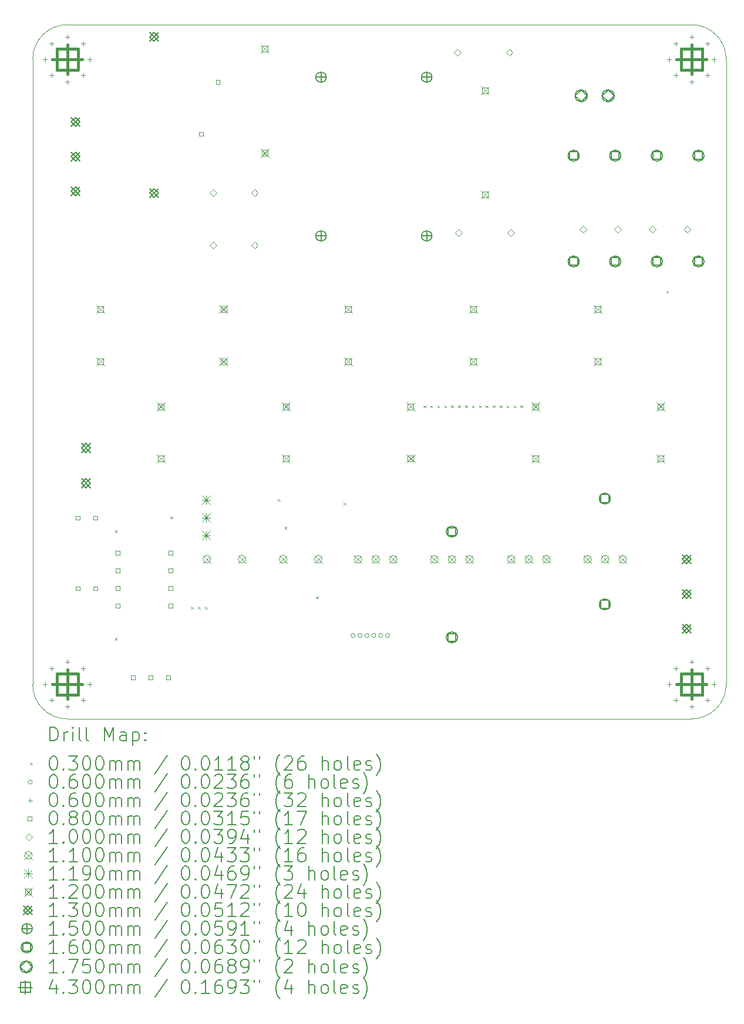
<source format=gbr>
%TF.GenerationSoftware,KiCad,Pcbnew,6.0.10+dfsg-1~bpo11+1*%
%TF.ProjectId,project,70726f6a-6563-4742-9e6b-696361645f70,1.0.p1*%
%TF.SameCoordinates,Original*%
%TF.FileFunction,Drillmap*%
%TF.FilePolarity,Positive*%
%FSLAX45Y45*%
G04 Gerber Fmt 4.5, Leading zero omitted, Abs format (unit mm)*
%MOMM*%
%LPD*%
G01*
G04 APERTURE LIST*
%ADD10C,0.100000*%
%ADD11C,0.200000*%
%ADD12C,0.030000*%
%ADD13C,0.060000*%
%ADD14C,0.080000*%
%ADD15C,0.110000*%
%ADD16C,0.119000*%
%ADD17C,0.120000*%
%ADD18C,0.130000*%
%ADD19C,0.150000*%
%ADD20C,0.160000*%
%ADD21C,0.175000*%
%ADD22C,0.430000*%
G04 APERTURE END LIST*
D10*
X8000000Y-5500000D02*
X17000000Y-5500000D01*
X17500000Y-6000000D02*
X17500000Y-15000000D01*
X17000000Y-15500000D02*
G75*
G03*
X17500000Y-15000000I0J500000D01*
G01*
X17000000Y-15500000D02*
X8000000Y-15500000D01*
X7500000Y-15000000D02*
G75*
G03*
X8000000Y-15500000I500000J0D01*
G01*
X8000000Y-5500000D02*
G75*
G03*
X7500000Y-6000000I0J-500000D01*
G01*
X17500000Y-6000000D02*
G75*
G03*
X17000000Y-5500000I-500000J0D01*
G01*
X7500000Y-15000000D02*
X7500000Y-6000000D01*
D11*
D12*
X8685000Y-12785000D02*
X8715000Y-12815000D01*
X8715000Y-12785000D02*
X8685000Y-12815000D01*
X8685000Y-14335000D02*
X8715000Y-14365000D01*
X8715000Y-14335000D02*
X8685000Y-14365000D01*
X9485000Y-12585000D02*
X9515000Y-12615000D01*
X9515000Y-12585000D02*
X9485000Y-12615000D01*
X9785000Y-13885000D02*
X9815000Y-13915000D01*
X9815000Y-13885000D02*
X9785000Y-13915000D01*
X9885000Y-13885000D02*
X9915000Y-13915000D01*
X9915000Y-13885000D02*
X9885000Y-13915000D01*
X9985000Y-13885000D02*
X10015000Y-13915000D01*
X10015000Y-13885000D02*
X9985000Y-13915000D01*
X11035000Y-12335000D02*
X11065000Y-12365000D01*
X11065000Y-12335000D02*
X11035000Y-12365000D01*
X11135000Y-12735000D02*
X11165000Y-12765000D01*
X11165000Y-12735000D02*
X11135000Y-12765000D01*
X11585000Y-13735000D02*
X11615000Y-13765000D01*
X11615000Y-13735000D02*
X11585000Y-13765000D01*
X11985000Y-12385000D02*
X12015000Y-12415000D01*
X12015000Y-12385000D02*
X11985000Y-12415000D01*
X13135000Y-10985000D02*
X13165000Y-11015000D01*
X13165000Y-10985000D02*
X13135000Y-11015000D01*
X13235000Y-10985000D02*
X13265000Y-11015000D01*
X13265000Y-10985000D02*
X13235000Y-11015000D01*
X13335000Y-10985000D02*
X13365000Y-11015000D01*
X13365000Y-10985000D02*
X13335000Y-11015000D01*
X13435000Y-10985000D02*
X13465000Y-11015000D01*
X13465000Y-10985000D02*
X13435000Y-11015000D01*
X13535000Y-10985000D02*
X13565000Y-11015000D01*
X13565000Y-10985000D02*
X13535000Y-11015000D01*
X13635000Y-10985000D02*
X13665000Y-11015000D01*
X13665000Y-10985000D02*
X13635000Y-11015000D01*
X13735000Y-10985000D02*
X13765000Y-11015000D01*
X13765000Y-10985000D02*
X13735000Y-11015000D01*
X13835000Y-10985000D02*
X13865000Y-11015000D01*
X13865000Y-10985000D02*
X13835000Y-11015000D01*
X13935000Y-10985000D02*
X13965000Y-11015000D01*
X13965000Y-10985000D02*
X13935000Y-11015000D01*
X14035000Y-10985000D02*
X14065000Y-11015000D01*
X14065000Y-10985000D02*
X14035000Y-11015000D01*
X14135000Y-10985000D02*
X14165000Y-11015000D01*
X14165000Y-10985000D02*
X14135000Y-11015000D01*
X14235000Y-10985000D02*
X14265000Y-11015000D01*
X14265000Y-10985000D02*
X14235000Y-11015000D01*
X14335000Y-10985000D02*
X14365000Y-11015000D01*
X14365000Y-10985000D02*
X14335000Y-11015000D01*
X14435000Y-10985000D02*
X14465000Y-11015000D01*
X14465000Y-10985000D02*
X14435000Y-11015000D01*
X14535000Y-10985000D02*
X14565000Y-11015000D01*
X14565000Y-10985000D02*
X14535000Y-11015000D01*
X16635000Y-9335000D02*
X16665000Y-9365000D01*
X16665000Y-9335000D02*
X16635000Y-9365000D01*
D13*
X12149000Y-14298500D02*
G75*
G03*
X12149000Y-14298500I-30000J0D01*
G01*
X12249000Y-14298500D02*
G75*
G03*
X12249000Y-14298500I-30000J0D01*
G01*
X12349000Y-14298500D02*
G75*
G03*
X12349000Y-14298500I-30000J0D01*
G01*
X12449000Y-14298500D02*
G75*
G03*
X12449000Y-14298500I-30000J0D01*
G01*
X12549000Y-14298500D02*
G75*
G03*
X12549000Y-14298500I-30000J0D01*
G01*
X12649000Y-14298500D02*
G75*
G03*
X12649000Y-14298500I-30000J0D01*
G01*
X7677500Y-5970000D02*
X7677500Y-6030000D01*
X7647500Y-6000000D02*
X7707500Y-6000000D01*
X7677500Y-14970000D02*
X7677500Y-15030000D01*
X7647500Y-15000000D02*
X7707500Y-15000000D01*
X7771958Y-5741958D02*
X7771958Y-5801958D01*
X7741958Y-5771958D02*
X7801958Y-5771958D01*
X7771958Y-6198042D02*
X7771958Y-6258042D01*
X7741958Y-6228042D02*
X7801958Y-6228042D01*
X7771958Y-14741958D02*
X7771958Y-14801958D01*
X7741958Y-14771958D02*
X7801958Y-14771958D01*
X7771958Y-15198042D02*
X7771958Y-15258042D01*
X7741958Y-15228042D02*
X7801958Y-15228042D01*
X8000000Y-5647500D02*
X8000000Y-5707500D01*
X7970000Y-5677500D02*
X8030000Y-5677500D01*
X8000000Y-6292500D02*
X8000000Y-6352500D01*
X7970000Y-6322500D02*
X8030000Y-6322500D01*
X8000000Y-14647500D02*
X8000000Y-14707500D01*
X7970000Y-14677500D02*
X8030000Y-14677500D01*
X8000000Y-15292500D02*
X8000000Y-15352500D01*
X7970000Y-15322500D02*
X8030000Y-15322500D01*
X8228042Y-5741958D02*
X8228042Y-5801958D01*
X8198042Y-5771958D02*
X8258042Y-5771958D01*
X8228042Y-6198042D02*
X8228042Y-6258042D01*
X8198042Y-6228042D02*
X8258042Y-6228042D01*
X8228042Y-14741958D02*
X8228042Y-14801958D01*
X8198042Y-14771958D02*
X8258042Y-14771958D01*
X8228042Y-15198042D02*
X8228042Y-15258042D01*
X8198042Y-15228042D02*
X8258042Y-15228042D01*
X8322500Y-5970000D02*
X8322500Y-6030000D01*
X8292500Y-6000000D02*
X8352500Y-6000000D01*
X8322500Y-14970000D02*
X8322500Y-15030000D01*
X8292500Y-15000000D02*
X8352500Y-15000000D01*
X16677500Y-5970000D02*
X16677500Y-6030000D01*
X16647500Y-6000000D02*
X16707500Y-6000000D01*
X16677500Y-14970000D02*
X16677500Y-15030000D01*
X16647500Y-15000000D02*
X16707500Y-15000000D01*
X16771958Y-5741958D02*
X16771958Y-5801958D01*
X16741958Y-5771958D02*
X16801958Y-5771958D01*
X16771958Y-6198042D02*
X16771958Y-6258042D01*
X16741958Y-6228042D02*
X16801958Y-6228042D01*
X16771958Y-14741958D02*
X16771958Y-14801958D01*
X16741958Y-14771958D02*
X16801958Y-14771958D01*
X16771958Y-15198042D02*
X16771958Y-15258042D01*
X16741958Y-15228042D02*
X16801958Y-15228042D01*
X17000000Y-5647500D02*
X17000000Y-5707500D01*
X16970000Y-5677500D02*
X17030000Y-5677500D01*
X17000000Y-6292500D02*
X17000000Y-6352500D01*
X16970000Y-6322500D02*
X17030000Y-6322500D01*
X17000000Y-14647500D02*
X17000000Y-14707500D01*
X16970000Y-14677500D02*
X17030000Y-14677500D01*
X17000000Y-15292500D02*
X17000000Y-15352500D01*
X16970000Y-15322500D02*
X17030000Y-15322500D01*
X17228042Y-5741958D02*
X17228042Y-5801958D01*
X17198042Y-5771958D02*
X17258042Y-5771958D01*
X17228042Y-6198042D02*
X17228042Y-6258042D01*
X17198042Y-6228042D02*
X17258042Y-6228042D01*
X17228042Y-14741958D02*
X17228042Y-14801958D01*
X17198042Y-14771958D02*
X17258042Y-14771958D01*
X17228042Y-15198042D02*
X17228042Y-15258042D01*
X17198042Y-15228042D02*
X17258042Y-15228042D01*
X17322500Y-5970000D02*
X17322500Y-6030000D01*
X17292500Y-6000000D02*
X17352500Y-6000000D01*
X17322500Y-14970000D02*
X17322500Y-15030000D01*
X17292500Y-15000000D02*
X17352500Y-15000000D01*
D14*
X8179784Y-12631284D02*
X8179784Y-12574715D01*
X8123215Y-12574715D01*
X8123215Y-12631284D01*
X8179784Y-12631284D01*
X8179784Y-13647284D02*
X8179784Y-13590715D01*
X8123215Y-13590715D01*
X8123215Y-13647284D01*
X8179784Y-13647284D01*
X8433785Y-12631284D02*
X8433785Y-12574715D01*
X8377215Y-12574715D01*
X8377215Y-12631284D01*
X8433785Y-12631284D01*
X8433785Y-13647284D02*
X8433785Y-13590715D01*
X8377215Y-13590715D01*
X8377215Y-13647284D01*
X8433785Y-13647284D01*
X8757285Y-13137284D02*
X8757285Y-13080715D01*
X8700716Y-13080715D01*
X8700716Y-13137284D01*
X8757285Y-13137284D01*
X8757285Y-13391284D02*
X8757285Y-13334715D01*
X8700716Y-13334715D01*
X8700716Y-13391284D01*
X8757285Y-13391284D01*
X8757285Y-13645284D02*
X8757285Y-13588715D01*
X8700716Y-13588715D01*
X8700716Y-13645284D01*
X8757285Y-13645284D01*
X8757285Y-13899284D02*
X8757285Y-13842715D01*
X8700716Y-13842715D01*
X8700716Y-13899284D01*
X8757285Y-13899284D01*
X8974285Y-14928284D02*
X8974285Y-14871715D01*
X8917716Y-14871715D01*
X8917716Y-14928284D01*
X8974285Y-14928284D01*
X9228285Y-14928284D02*
X9228285Y-14871715D01*
X9171716Y-14871715D01*
X9171716Y-14928284D01*
X9228285Y-14928284D01*
X9482285Y-14928284D02*
X9482285Y-14871715D01*
X9425716Y-14871715D01*
X9425716Y-14928284D01*
X9482285Y-14928284D01*
X9519285Y-13137284D02*
X9519285Y-13080715D01*
X9462716Y-13080715D01*
X9462716Y-13137284D01*
X9519285Y-13137284D01*
X9519285Y-13391284D02*
X9519285Y-13334715D01*
X9462716Y-13334715D01*
X9462716Y-13391284D01*
X9519285Y-13391284D01*
X9519285Y-13645284D02*
X9519285Y-13588715D01*
X9462716Y-13588715D01*
X9462716Y-13645284D01*
X9519285Y-13645284D01*
X9519285Y-13899284D02*
X9519285Y-13842715D01*
X9462716Y-13842715D01*
X9462716Y-13899284D01*
X9519285Y-13899284D01*
X9958410Y-7103284D02*
X9958410Y-7046715D01*
X9901841Y-7046715D01*
X9901841Y-7103284D01*
X9958410Y-7103284D01*
X10198410Y-6353284D02*
X10198410Y-6296715D01*
X10141841Y-6296715D01*
X10141841Y-6353284D01*
X10198410Y-6353284D01*
D10*
X10100000Y-7975000D02*
X10150000Y-7925000D01*
X10100000Y-7875000D01*
X10050000Y-7925000D01*
X10100000Y-7975000D01*
X10100000Y-8725000D02*
X10150000Y-8675000D01*
X10100000Y-8625000D01*
X10050000Y-8675000D01*
X10100000Y-8725000D01*
X10700000Y-7975000D02*
X10750000Y-7925000D01*
X10700000Y-7875000D01*
X10650000Y-7925000D01*
X10700000Y-7975000D01*
X10700000Y-8725000D02*
X10750000Y-8675000D01*
X10700000Y-8625000D01*
X10650000Y-8675000D01*
X10700000Y-8725000D01*
X13625000Y-5950000D02*
X13675000Y-5900000D01*
X13625000Y-5850000D01*
X13575000Y-5900000D01*
X13625000Y-5950000D01*
X13644625Y-8550000D02*
X13694625Y-8500000D01*
X13644625Y-8450000D01*
X13594625Y-8500000D01*
X13644625Y-8550000D01*
X14375000Y-5950000D02*
X14425000Y-5900000D01*
X14375000Y-5850000D01*
X14325000Y-5900000D01*
X14375000Y-5950000D01*
X14394625Y-8550000D02*
X14444625Y-8500000D01*
X14394625Y-8450000D01*
X14344625Y-8500000D01*
X14394625Y-8550000D01*
X15439250Y-8498863D02*
X15489250Y-8448863D01*
X15439250Y-8398863D01*
X15389250Y-8448863D01*
X15439250Y-8498863D01*
X15939250Y-8498863D02*
X15989250Y-8448863D01*
X15939250Y-8398863D01*
X15889250Y-8448863D01*
X15939250Y-8498863D01*
X16439250Y-8498863D02*
X16489250Y-8448863D01*
X16439250Y-8398863D01*
X16389250Y-8448863D01*
X16439250Y-8498863D01*
X16939250Y-8498863D02*
X16989250Y-8448863D01*
X16939250Y-8398863D01*
X16889250Y-8448863D01*
X16939250Y-8498863D01*
D15*
X9956000Y-13143500D02*
X10066000Y-13253500D01*
X10066000Y-13143500D02*
X9956000Y-13253500D01*
X10066000Y-13198500D02*
G75*
G03*
X10066000Y-13198500I-55000J0D01*
G01*
X10464000Y-13143500D02*
X10574000Y-13253500D01*
X10574000Y-13143500D02*
X10464000Y-13253500D01*
X10574000Y-13198500D02*
G75*
G03*
X10574000Y-13198500I-55000J0D01*
G01*
X11056000Y-13143500D02*
X11166000Y-13253500D01*
X11166000Y-13143500D02*
X11056000Y-13253500D01*
X11166000Y-13198500D02*
G75*
G03*
X11166000Y-13198500I-55000J0D01*
G01*
X11564000Y-13143500D02*
X11674000Y-13253500D01*
X11674000Y-13143500D02*
X11564000Y-13253500D01*
X11674000Y-13198500D02*
G75*
G03*
X11674000Y-13198500I-55000J0D01*
G01*
X12137000Y-13146500D02*
X12247000Y-13256500D01*
X12247000Y-13146500D02*
X12137000Y-13256500D01*
X12247000Y-13201500D02*
G75*
G03*
X12247000Y-13201500I-55000J0D01*
G01*
X12391000Y-13146500D02*
X12501000Y-13256500D01*
X12501000Y-13146500D02*
X12391000Y-13256500D01*
X12501000Y-13201500D02*
G75*
G03*
X12501000Y-13201500I-55000J0D01*
G01*
X12645000Y-13146500D02*
X12755000Y-13256500D01*
X12755000Y-13146500D02*
X12645000Y-13256500D01*
X12755000Y-13201500D02*
G75*
G03*
X12755000Y-13201500I-55000J0D01*
G01*
X13237000Y-13146500D02*
X13347000Y-13256500D01*
X13347000Y-13146500D02*
X13237000Y-13256500D01*
X13347000Y-13201500D02*
G75*
G03*
X13347000Y-13201500I-55000J0D01*
G01*
X13491000Y-13146500D02*
X13601000Y-13256500D01*
X13601000Y-13146500D02*
X13491000Y-13256500D01*
X13601000Y-13201500D02*
G75*
G03*
X13601000Y-13201500I-55000J0D01*
G01*
X13745000Y-13146500D02*
X13855000Y-13256500D01*
X13855000Y-13146500D02*
X13745000Y-13256500D01*
X13855000Y-13201500D02*
G75*
G03*
X13855000Y-13201500I-55000J0D01*
G01*
X14345000Y-13145000D02*
X14455000Y-13255000D01*
X14455000Y-13145000D02*
X14345000Y-13255000D01*
X14455000Y-13200000D02*
G75*
G03*
X14455000Y-13200000I-55000J0D01*
G01*
X14599000Y-13145000D02*
X14709000Y-13255000D01*
X14709000Y-13145000D02*
X14599000Y-13255000D01*
X14709000Y-13200000D02*
G75*
G03*
X14709000Y-13200000I-55000J0D01*
G01*
X14853000Y-13145000D02*
X14963000Y-13255000D01*
X14963000Y-13145000D02*
X14853000Y-13255000D01*
X14963000Y-13200000D02*
G75*
G03*
X14963000Y-13200000I-55000J0D01*
G01*
X15445000Y-13145000D02*
X15555000Y-13255000D01*
X15555000Y-13145000D02*
X15445000Y-13255000D01*
X15555000Y-13200000D02*
G75*
G03*
X15555000Y-13200000I-55000J0D01*
G01*
X15699000Y-13145000D02*
X15809000Y-13255000D01*
X15809000Y-13145000D02*
X15699000Y-13255000D01*
X15809000Y-13200000D02*
G75*
G03*
X15809000Y-13200000I-55000J0D01*
G01*
X15953000Y-13145000D02*
X16063000Y-13255000D01*
X16063000Y-13145000D02*
X15953000Y-13255000D01*
X16063000Y-13200000D02*
G75*
G03*
X16063000Y-13200000I-55000J0D01*
G01*
D16*
X9938500Y-12286500D02*
X10057500Y-12405500D01*
X10057500Y-12286500D02*
X9938500Y-12405500D01*
X9998000Y-12286500D02*
X9998000Y-12405500D01*
X9938500Y-12346000D02*
X10057500Y-12346000D01*
X9938500Y-12540500D02*
X10057500Y-12659500D01*
X10057500Y-12540500D02*
X9938500Y-12659500D01*
X9998000Y-12540500D02*
X9998000Y-12659500D01*
X9938500Y-12600000D02*
X10057500Y-12600000D01*
X9938500Y-12794500D02*
X10057500Y-12913500D01*
X10057500Y-12794500D02*
X9938500Y-12913500D01*
X9998000Y-12794500D02*
X9998000Y-12913500D01*
X9938500Y-12854000D02*
X10057500Y-12854000D01*
D17*
X8415638Y-9540000D02*
X8535638Y-9660000D01*
X8535638Y-9540000D02*
X8415638Y-9660000D01*
X8518065Y-9642427D02*
X8518065Y-9557573D01*
X8433211Y-9557573D01*
X8433211Y-9642427D01*
X8518065Y-9642427D01*
X8415638Y-10290000D02*
X8535638Y-10410000D01*
X8535638Y-10290000D02*
X8415638Y-10410000D01*
X8518065Y-10392427D02*
X8518065Y-10307573D01*
X8433211Y-10307573D01*
X8433211Y-10392427D01*
X8518065Y-10392427D01*
X9291275Y-10940000D02*
X9411275Y-11060000D01*
X9411275Y-10940000D02*
X9291275Y-11060000D01*
X9393702Y-11042427D02*
X9393702Y-10957573D01*
X9308849Y-10957573D01*
X9308849Y-11042427D01*
X9393702Y-11042427D01*
X9291275Y-11690000D02*
X9411275Y-11810000D01*
X9411275Y-11690000D02*
X9291275Y-11810000D01*
X9393702Y-11792427D02*
X9393702Y-11707573D01*
X9308849Y-11707573D01*
X9308849Y-11792427D01*
X9393702Y-11792427D01*
X10191275Y-9540000D02*
X10311275Y-9660000D01*
X10311275Y-9540000D02*
X10191275Y-9660000D01*
X10293702Y-9642427D02*
X10293702Y-9557573D01*
X10208849Y-9557573D01*
X10208849Y-9642427D01*
X10293702Y-9642427D01*
X10191275Y-10290000D02*
X10311275Y-10410000D01*
X10311275Y-10290000D02*
X10191275Y-10410000D01*
X10293702Y-10392427D02*
X10293702Y-10307573D01*
X10208849Y-10307573D01*
X10208849Y-10392427D01*
X10293702Y-10392427D01*
X10790125Y-5790000D02*
X10910125Y-5910000D01*
X10910125Y-5790000D02*
X10790125Y-5910000D01*
X10892552Y-5892427D02*
X10892552Y-5807573D01*
X10807698Y-5807573D01*
X10807698Y-5892427D01*
X10892552Y-5892427D01*
X10790125Y-7290000D02*
X10910125Y-7410000D01*
X10910125Y-7290000D02*
X10790125Y-7410000D01*
X10892552Y-7392427D02*
X10892552Y-7307573D01*
X10807698Y-7307573D01*
X10807698Y-7392427D01*
X10892552Y-7392427D01*
X11091275Y-10940000D02*
X11211275Y-11060000D01*
X11211275Y-10940000D02*
X11091275Y-11060000D01*
X11193702Y-11042427D02*
X11193702Y-10957573D01*
X11108849Y-10957573D01*
X11108849Y-11042427D01*
X11193702Y-11042427D01*
X11091275Y-11690000D02*
X11211275Y-11810000D01*
X11211275Y-11690000D02*
X11091275Y-11810000D01*
X11193702Y-11792427D02*
X11193702Y-11707573D01*
X11108849Y-11707573D01*
X11108849Y-11792427D01*
X11193702Y-11792427D01*
X11991275Y-9540000D02*
X12111275Y-9660000D01*
X12111275Y-9540000D02*
X11991275Y-9660000D01*
X12093702Y-9642427D02*
X12093702Y-9557573D01*
X12008849Y-9557573D01*
X12008849Y-9642427D01*
X12093702Y-9642427D01*
X11991275Y-10290000D02*
X12111275Y-10410000D01*
X12111275Y-10290000D02*
X11991275Y-10410000D01*
X12093702Y-10392427D02*
X12093702Y-10307573D01*
X12008849Y-10307573D01*
X12008849Y-10392427D01*
X12093702Y-10392427D01*
X12891275Y-10940000D02*
X13011275Y-11060000D01*
X13011275Y-10940000D02*
X12891275Y-11060000D01*
X12993702Y-11042427D02*
X12993702Y-10957573D01*
X12908849Y-10957573D01*
X12908849Y-11042427D01*
X12993702Y-11042427D01*
X12891275Y-11690000D02*
X13011275Y-11810000D01*
X13011275Y-11690000D02*
X12891275Y-11810000D01*
X12993702Y-11792427D02*
X12993702Y-11707573D01*
X12908849Y-11707573D01*
X12908849Y-11792427D01*
X12993702Y-11792427D01*
X13791275Y-9540000D02*
X13911275Y-9660000D01*
X13911275Y-9540000D02*
X13791275Y-9660000D01*
X13893702Y-9642427D02*
X13893702Y-9557573D01*
X13808849Y-9557573D01*
X13808849Y-9642427D01*
X13893702Y-9642427D01*
X13791275Y-10290000D02*
X13911275Y-10410000D01*
X13911275Y-10290000D02*
X13791275Y-10410000D01*
X13893702Y-10392427D02*
X13893702Y-10307573D01*
X13808849Y-10307573D01*
X13808849Y-10392427D01*
X13893702Y-10392427D01*
X13959625Y-6390000D02*
X14079625Y-6510000D01*
X14079625Y-6390000D02*
X13959625Y-6510000D01*
X14062052Y-6492427D02*
X14062052Y-6407573D01*
X13977198Y-6407573D01*
X13977198Y-6492427D01*
X14062052Y-6492427D01*
X13959625Y-7890000D02*
X14079625Y-8010000D01*
X14079625Y-7890000D02*
X13959625Y-8010000D01*
X14062052Y-7992427D02*
X14062052Y-7907573D01*
X13977198Y-7907573D01*
X13977198Y-7992427D01*
X14062052Y-7992427D01*
X14691275Y-10940000D02*
X14811275Y-11060000D01*
X14811275Y-10940000D02*
X14691275Y-11060000D01*
X14793702Y-11042427D02*
X14793702Y-10957573D01*
X14708849Y-10957573D01*
X14708849Y-11042427D01*
X14793702Y-11042427D01*
X14691275Y-11690000D02*
X14811275Y-11810000D01*
X14811275Y-11690000D02*
X14691275Y-11810000D01*
X14793702Y-11792427D02*
X14793702Y-11707573D01*
X14708849Y-11707573D01*
X14708849Y-11792427D01*
X14793702Y-11792427D01*
X15591275Y-9540000D02*
X15711275Y-9660000D01*
X15711275Y-9540000D02*
X15591275Y-9660000D01*
X15693702Y-9642427D02*
X15693702Y-9557573D01*
X15608849Y-9557573D01*
X15608849Y-9642427D01*
X15693702Y-9642427D01*
X15591275Y-10290000D02*
X15711275Y-10410000D01*
X15711275Y-10290000D02*
X15591275Y-10410000D01*
X15693702Y-10392427D02*
X15693702Y-10307573D01*
X15608849Y-10307573D01*
X15608849Y-10392427D01*
X15693702Y-10392427D01*
X16491275Y-10940000D02*
X16611275Y-11060000D01*
X16611275Y-10940000D02*
X16491275Y-11060000D01*
X16593702Y-11042427D02*
X16593702Y-10957573D01*
X16508849Y-10957573D01*
X16508849Y-11042427D01*
X16593702Y-11042427D01*
X16491275Y-11690000D02*
X16611275Y-11810000D01*
X16611275Y-11690000D02*
X16491275Y-11810000D01*
X16593702Y-11792427D02*
X16593702Y-11707573D01*
X16508849Y-11707573D01*
X16508849Y-11792427D01*
X16593702Y-11792427D01*
D18*
X8054625Y-6835000D02*
X8184625Y-6965000D01*
X8184625Y-6835000D02*
X8054625Y-6965000D01*
X8119625Y-6965000D02*
X8184625Y-6900000D01*
X8119625Y-6835000D01*
X8054625Y-6900000D01*
X8119625Y-6965000D01*
X8054625Y-7335000D02*
X8184625Y-7465000D01*
X8184625Y-7335000D02*
X8054625Y-7465000D01*
X8119625Y-7465000D02*
X8184625Y-7400000D01*
X8119625Y-7335000D01*
X8054625Y-7400000D01*
X8119625Y-7465000D01*
X8054625Y-7835000D02*
X8184625Y-7965000D01*
X8184625Y-7835000D02*
X8054625Y-7965000D01*
X8119625Y-7965000D02*
X8184625Y-7900000D01*
X8119625Y-7835000D01*
X8054625Y-7900000D01*
X8119625Y-7965000D01*
X8204500Y-11530500D02*
X8334500Y-11660500D01*
X8334500Y-11530500D02*
X8204500Y-11660500D01*
X8269500Y-11660500D02*
X8334500Y-11595500D01*
X8269500Y-11530500D01*
X8204500Y-11595500D01*
X8269500Y-11660500D01*
X8204500Y-12038500D02*
X8334500Y-12168500D01*
X8334500Y-12038500D02*
X8204500Y-12168500D01*
X8269500Y-12168500D02*
X8334500Y-12103500D01*
X8269500Y-12038500D01*
X8204500Y-12103500D01*
X8269500Y-12168500D01*
X9185125Y-5610000D02*
X9315125Y-5740000D01*
X9315125Y-5610000D02*
X9185125Y-5740000D01*
X9250125Y-5740000D02*
X9315125Y-5675000D01*
X9250125Y-5610000D01*
X9185125Y-5675000D01*
X9250125Y-5740000D01*
X9185125Y-7860000D02*
X9315125Y-7990000D01*
X9315125Y-7860000D02*
X9185125Y-7990000D01*
X9250125Y-7990000D02*
X9315125Y-7925000D01*
X9250125Y-7860000D01*
X9185125Y-7925000D01*
X9250125Y-7990000D01*
X16865500Y-13135000D02*
X16995500Y-13265000D01*
X16995500Y-13135000D02*
X16865500Y-13265000D01*
X16930500Y-13265000D02*
X16995500Y-13200000D01*
X16930500Y-13135000D01*
X16865500Y-13200000D01*
X16930500Y-13265000D01*
X16865500Y-13635000D02*
X16995500Y-13765000D01*
X16995500Y-13635000D02*
X16865500Y-13765000D01*
X16930500Y-13765000D02*
X16995500Y-13700000D01*
X16930500Y-13635000D01*
X16865500Y-13700000D01*
X16930500Y-13765000D01*
X16865500Y-14135000D02*
X16995500Y-14265000D01*
X16995500Y-14135000D02*
X16865500Y-14265000D01*
X16930500Y-14265000D02*
X16995500Y-14200000D01*
X16930500Y-14135000D01*
X16865500Y-14200000D01*
X16930500Y-14265000D01*
D19*
X11658125Y-6182000D02*
X11658125Y-6332000D01*
X11583125Y-6257000D02*
X11733125Y-6257000D01*
X11733125Y-6257000D02*
G75*
G03*
X11733125Y-6257000I-75000J0D01*
G01*
X11658125Y-8468000D02*
X11658125Y-8618000D01*
X11583125Y-8543000D02*
X11733125Y-8543000D01*
X11733125Y-8543000D02*
G75*
G03*
X11733125Y-8543000I-75000J0D01*
G01*
X13182125Y-6182000D02*
X13182125Y-6332000D01*
X13107125Y-6257000D02*
X13257125Y-6257000D01*
X13257125Y-6257000D02*
G75*
G03*
X13257125Y-6257000I-75000J0D01*
G01*
X13182125Y-8468000D02*
X13182125Y-8618000D01*
X13107125Y-8543000D02*
X13257125Y-8543000D01*
X13257125Y-8543000D02*
G75*
G03*
X13257125Y-8543000I-75000J0D01*
G01*
D20*
X13602569Y-12858069D02*
X13602569Y-12744931D01*
X13489431Y-12744931D01*
X13489431Y-12858069D01*
X13602569Y-12858069D01*
X13626000Y-12801500D02*
G75*
G03*
X13626000Y-12801500I-80000J0D01*
G01*
X13602569Y-14382069D02*
X13602569Y-14268931D01*
X13489431Y-14268931D01*
X13489431Y-14382069D01*
X13602569Y-14382069D01*
X13626000Y-14325500D02*
G75*
G03*
X13626000Y-14325500I-80000J0D01*
G01*
X15356569Y-7443432D02*
X15356569Y-7330294D01*
X15243431Y-7330294D01*
X15243431Y-7443432D01*
X15356569Y-7443432D01*
X15380000Y-7386863D02*
G75*
G03*
X15380000Y-7386863I-80000J0D01*
G01*
X15356569Y-8967432D02*
X15356569Y-8854294D01*
X15243431Y-8854294D01*
X15243431Y-8967432D01*
X15356569Y-8967432D01*
X15380000Y-8910863D02*
G75*
G03*
X15380000Y-8910863I-80000J0D01*
G01*
X15806569Y-12382569D02*
X15806569Y-12269431D01*
X15693431Y-12269431D01*
X15693431Y-12382569D01*
X15806569Y-12382569D01*
X15830000Y-12326000D02*
G75*
G03*
X15830000Y-12326000I-80000J0D01*
G01*
X15806569Y-13906569D02*
X15806569Y-13793431D01*
X15693431Y-13793431D01*
X15693431Y-13906569D01*
X15806569Y-13906569D01*
X15830000Y-13850000D02*
G75*
G03*
X15830000Y-13850000I-80000J0D01*
G01*
X15956569Y-7443432D02*
X15956569Y-7330294D01*
X15843431Y-7330294D01*
X15843431Y-7443432D01*
X15956569Y-7443432D01*
X15980000Y-7386863D02*
G75*
G03*
X15980000Y-7386863I-80000J0D01*
G01*
X15956569Y-8967432D02*
X15956569Y-8854294D01*
X15843431Y-8854294D01*
X15843431Y-8967432D01*
X15956569Y-8967432D01*
X15980000Y-8910863D02*
G75*
G03*
X15980000Y-8910863I-80000J0D01*
G01*
X16556569Y-7443432D02*
X16556569Y-7330294D01*
X16443431Y-7330294D01*
X16443431Y-7443432D01*
X16556569Y-7443432D01*
X16580000Y-7386863D02*
G75*
G03*
X16580000Y-7386863I-80000J0D01*
G01*
X16556569Y-8967432D02*
X16556569Y-8854294D01*
X16443431Y-8854294D01*
X16443431Y-8967432D01*
X16556569Y-8967432D01*
X16580000Y-8910863D02*
G75*
G03*
X16580000Y-8910863I-80000J0D01*
G01*
X17156569Y-7443432D02*
X17156569Y-7330294D01*
X17043431Y-7330294D01*
X17043431Y-7443432D01*
X17156569Y-7443432D01*
X17180000Y-7386863D02*
G75*
G03*
X17180000Y-7386863I-80000J0D01*
G01*
X17156569Y-8967432D02*
X17156569Y-8854294D01*
X17043431Y-8854294D01*
X17043431Y-8967432D01*
X17156569Y-8967432D01*
X17180000Y-8910863D02*
G75*
G03*
X17180000Y-8910863I-80000J0D01*
G01*
D21*
X15409250Y-6612500D02*
X15496750Y-6525000D01*
X15409250Y-6437500D01*
X15321750Y-6525000D01*
X15409250Y-6612500D01*
X15496750Y-6525000D02*
G75*
G03*
X15496750Y-6525000I-87500J0D01*
G01*
X15797250Y-6612500D02*
X15884750Y-6525000D01*
X15797250Y-6437500D01*
X15709750Y-6525000D01*
X15797250Y-6612500D01*
X15884750Y-6525000D02*
G75*
G03*
X15884750Y-6525000I-87500J0D01*
G01*
D22*
X8000000Y-5785000D02*
X8000000Y-6215000D01*
X7785000Y-6000000D02*
X8215000Y-6000000D01*
X8152029Y-6152029D02*
X8152029Y-5847971D01*
X7847971Y-5847971D01*
X7847971Y-6152029D01*
X8152029Y-6152029D01*
X8000000Y-14785000D02*
X8000000Y-15215000D01*
X7785000Y-15000000D02*
X8215000Y-15000000D01*
X8152029Y-15152029D02*
X8152029Y-14847971D01*
X7847971Y-14847971D01*
X7847971Y-15152029D01*
X8152029Y-15152029D01*
X17000000Y-5785000D02*
X17000000Y-6215000D01*
X16785000Y-6000000D02*
X17215000Y-6000000D01*
X17152029Y-6152029D02*
X17152029Y-5847971D01*
X16847971Y-5847971D01*
X16847971Y-6152029D01*
X17152029Y-6152029D01*
X17000000Y-14785000D02*
X17000000Y-15215000D01*
X16785000Y-15000000D02*
X17215000Y-15000000D01*
X17152029Y-15152029D02*
X17152029Y-14847971D01*
X16847971Y-14847971D01*
X16847971Y-15152029D01*
X17152029Y-15152029D01*
D11*
X7752619Y-15815476D02*
X7752619Y-15615476D01*
X7800238Y-15615476D01*
X7828809Y-15625000D01*
X7847857Y-15644048D01*
X7857381Y-15663095D01*
X7866905Y-15701190D01*
X7866905Y-15729762D01*
X7857381Y-15767857D01*
X7847857Y-15786905D01*
X7828809Y-15805952D01*
X7800238Y-15815476D01*
X7752619Y-15815476D01*
X7952619Y-15815476D02*
X7952619Y-15682143D01*
X7952619Y-15720238D02*
X7962143Y-15701190D01*
X7971667Y-15691667D01*
X7990714Y-15682143D01*
X8009762Y-15682143D01*
X8076428Y-15815476D02*
X8076428Y-15682143D01*
X8076428Y-15615476D02*
X8066905Y-15625000D01*
X8076428Y-15634524D01*
X8085952Y-15625000D01*
X8076428Y-15615476D01*
X8076428Y-15634524D01*
X8200238Y-15815476D02*
X8181190Y-15805952D01*
X8171667Y-15786905D01*
X8171667Y-15615476D01*
X8305000Y-15815476D02*
X8285952Y-15805952D01*
X8276428Y-15786905D01*
X8276428Y-15615476D01*
X8533571Y-15815476D02*
X8533571Y-15615476D01*
X8600238Y-15758333D01*
X8666905Y-15615476D01*
X8666905Y-15815476D01*
X8847857Y-15815476D02*
X8847857Y-15710714D01*
X8838333Y-15691667D01*
X8819286Y-15682143D01*
X8781190Y-15682143D01*
X8762143Y-15691667D01*
X8847857Y-15805952D02*
X8828810Y-15815476D01*
X8781190Y-15815476D01*
X8762143Y-15805952D01*
X8752619Y-15786905D01*
X8752619Y-15767857D01*
X8762143Y-15748809D01*
X8781190Y-15739286D01*
X8828810Y-15739286D01*
X8847857Y-15729762D01*
X8943095Y-15682143D02*
X8943095Y-15882143D01*
X8943095Y-15691667D02*
X8962143Y-15682143D01*
X9000238Y-15682143D01*
X9019286Y-15691667D01*
X9028810Y-15701190D01*
X9038333Y-15720238D01*
X9038333Y-15777381D01*
X9028810Y-15796428D01*
X9019286Y-15805952D01*
X9000238Y-15815476D01*
X8962143Y-15815476D01*
X8943095Y-15805952D01*
X9124048Y-15796428D02*
X9133571Y-15805952D01*
X9124048Y-15815476D01*
X9114524Y-15805952D01*
X9124048Y-15796428D01*
X9124048Y-15815476D01*
X9124048Y-15691667D02*
X9133571Y-15701190D01*
X9124048Y-15710714D01*
X9114524Y-15701190D01*
X9124048Y-15691667D01*
X9124048Y-15710714D01*
D12*
X7465000Y-16130000D02*
X7495000Y-16160000D01*
X7495000Y-16130000D02*
X7465000Y-16160000D01*
D11*
X7790714Y-16035476D02*
X7809762Y-16035476D01*
X7828809Y-16045000D01*
X7838333Y-16054524D01*
X7847857Y-16073571D01*
X7857381Y-16111667D01*
X7857381Y-16159286D01*
X7847857Y-16197381D01*
X7838333Y-16216428D01*
X7828809Y-16225952D01*
X7809762Y-16235476D01*
X7790714Y-16235476D01*
X7771667Y-16225952D01*
X7762143Y-16216428D01*
X7752619Y-16197381D01*
X7743095Y-16159286D01*
X7743095Y-16111667D01*
X7752619Y-16073571D01*
X7762143Y-16054524D01*
X7771667Y-16045000D01*
X7790714Y-16035476D01*
X7943095Y-16216428D02*
X7952619Y-16225952D01*
X7943095Y-16235476D01*
X7933571Y-16225952D01*
X7943095Y-16216428D01*
X7943095Y-16235476D01*
X8019286Y-16035476D02*
X8143095Y-16035476D01*
X8076428Y-16111667D01*
X8105000Y-16111667D01*
X8124048Y-16121190D01*
X8133571Y-16130714D01*
X8143095Y-16149762D01*
X8143095Y-16197381D01*
X8133571Y-16216428D01*
X8124048Y-16225952D01*
X8105000Y-16235476D01*
X8047857Y-16235476D01*
X8028809Y-16225952D01*
X8019286Y-16216428D01*
X8266905Y-16035476D02*
X8285952Y-16035476D01*
X8305000Y-16045000D01*
X8314524Y-16054524D01*
X8324048Y-16073571D01*
X8333571Y-16111667D01*
X8333571Y-16159286D01*
X8324048Y-16197381D01*
X8314524Y-16216428D01*
X8305000Y-16225952D01*
X8285952Y-16235476D01*
X8266905Y-16235476D01*
X8247857Y-16225952D01*
X8238333Y-16216428D01*
X8228809Y-16197381D01*
X8219286Y-16159286D01*
X8219286Y-16111667D01*
X8228809Y-16073571D01*
X8238333Y-16054524D01*
X8247857Y-16045000D01*
X8266905Y-16035476D01*
X8457381Y-16035476D02*
X8476429Y-16035476D01*
X8495476Y-16045000D01*
X8505000Y-16054524D01*
X8514524Y-16073571D01*
X8524048Y-16111667D01*
X8524048Y-16159286D01*
X8514524Y-16197381D01*
X8505000Y-16216428D01*
X8495476Y-16225952D01*
X8476429Y-16235476D01*
X8457381Y-16235476D01*
X8438333Y-16225952D01*
X8428810Y-16216428D01*
X8419286Y-16197381D01*
X8409762Y-16159286D01*
X8409762Y-16111667D01*
X8419286Y-16073571D01*
X8428810Y-16054524D01*
X8438333Y-16045000D01*
X8457381Y-16035476D01*
X8609762Y-16235476D02*
X8609762Y-16102143D01*
X8609762Y-16121190D02*
X8619286Y-16111667D01*
X8638333Y-16102143D01*
X8666905Y-16102143D01*
X8685952Y-16111667D01*
X8695476Y-16130714D01*
X8695476Y-16235476D01*
X8695476Y-16130714D02*
X8705000Y-16111667D01*
X8724048Y-16102143D01*
X8752619Y-16102143D01*
X8771667Y-16111667D01*
X8781190Y-16130714D01*
X8781190Y-16235476D01*
X8876429Y-16235476D02*
X8876429Y-16102143D01*
X8876429Y-16121190D02*
X8885952Y-16111667D01*
X8905000Y-16102143D01*
X8933571Y-16102143D01*
X8952619Y-16111667D01*
X8962143Y-16130714D01*
X8962143Y-16235476D01*
X8962143Y-16130714D02*
X8971667Y-16111667D01*
X8990714Y-16102143D01*
X9019286Y-16102143D01*
X9038333Y-16111667D01*
X9047857Y-16130714D01*
X9047857Y-16235476D01*
X9438333Y-16025952D02*
X9266905Y-16283095D01*
X9695476Y-16035476D02*
X9714524Y-16035476D01*
X9733571Y-16045000D01*
X9743095Y-16054524D01*
X9752619Y-16073571D01*
X9762143Y-16111667D01*
X9762143Y-16159286D01*
X9752619Y-16197381D01*
X9743095Y-16216428D01*
X9733571Y-16225952D01*
X9714524Y-16235476D01*
X9695476Y-16235476D01*
X9676429Y-16225952D01*
X9666905Y-16216428D01*
X9657381Y-16197381D01*
X9647857Y-16159286D01*
X9647857Y-16111667D01*
X9657381Y-16073571D01*
X9666905Y-16054524D01*
X9676429Y-16045000D01*
X9695476Y-16035476D01*
X9847857Y-16216428D02*
X9857381Y-16225952D01*
X9847857Y-16235476D01*
X9838333Y-16225952D01*
X9847857Y-16216428D01*
X9847857Y-16235476D01*
X9981190Y-16035476D02*
X10000238Y-16035476D01*
X10019286Y-16045000D01*
X10028810Y-16054524D01*
X10038333Y-16073571D01*
X10047857Y-16111667D01*
X10047857Y-16159286D01*
X10038333Y-16197381D01*
X10028810Y-16216428D01*
X10019286Y-16225952D01*
X10000238Y-16235476D01*
X9981190Y-16235476D01*
X9962143Y-16225952D01*
X9952619Y-16216428D01*
X9943095Y-16197381D01*
X9933571Y-16159286D01*
X9933571Y-16111667D01*
X9943095Y-16073571D01*
X9952619Y-16054524D01*
X9962143Y-16045000D01*
X9981190Y-16035476D01*
X10238333Y-16235476D02*
X10124048Y-16235476D01*
X10181190Y-16235476D02*
X10181190Y-16035476D01*
X10162143Y-16064048D01*
X10143095Y-16083095D01*
X10124048Y-16092619D01*
X10428810Y-16235476D02*
X10314524Y-16235476D01*
X10371667Y-16235476D02*
X10371667Y-16035476D01*
X10352619Y-16064048D01*
X10333571Y-16083095D01*
X10314524Y-16092619D01*
X10543095Y-16121190D02*
X10524048Y-16111667D01*
X10514524Y-16102143D01*
X10505000Y-16083095D01*
X10505000Y-16073571D01*
X10514524Y-16054524D01*
X10524048Y-16045000D01*
X10543095Y-16035476D01*
X10581190Y-16035476D01*
X10600238Y-16045000D01*
X10609762Y-16054524D01*
X10619286Y-16073571D01*
X10619286Y-16083095D01*
X10609762Y-16102143D01*
X10600238Y-16111667D01*
X10581190Y-16121190D01*
X10543095Y-16121190D01*
X10524048Y-16130714D01*
X10514524Y-16140238D01*
X10505000Y-16159286D01*
X10505000Y-16197381D01*
X10514524Y-16216428D01*
X10524048Y-16225952D01*
X10543095Y-16235476D01*
X10581190Y-16235476D01*
X10600238Y-16225952D01*
X10609762Y-16216428D01*
X10619286Y-16197381D01*
X10619286Y-16159286D01*
X10609762Y-16140238D01*
X10600238Y-16130714D01*
X10581190Y-16121190D01*
X10695476Y-16035476D02*
X10695476Y-16073571D01*
X10771667Y-16035476D02*
X10771667Y-16073571D01*
X11066905Y-16311667D02*
X11057381Y-16302143D01*
X11038333Y-16273571D01*
X11028810Y-16254524D01*
X11019286Y-16225952D01*
X11009762Y-16178333D01*
X11009762Y-16140238D01*
X11019286Y-16092619D01*
X11028810Y-16064048D01*
X11038333Y-16045000D01*
X11057381Y-16016428D01*
X11066905Y-16006905D01*
X11133571Y-16054524D02*
X11143095Y-16045000D01*
X11162143Y-16035476D01*
X11209762Y-16035476D01*
X11228809Y-16045000D01*
X11238333Y-16054524D01*
X11247857Y-16073571D01*
X11247857Y-16092619D01*
X11238333Y-16121190D01*
X11124048Y-16235476D01*
X11247857Y-16235476D01*
X11419286Y-16035476D02*
X11381190Y-16035476D01*
X11362143Y-16045000D01*
X11352619Y-16054524D01*
X11333571Y-16083095D01*
X11324048Y-16121190D01*
X11324048Y-16197381D01*
X11333571Y-16216428D01*
X11343095Y-16225952D01*
X11362143Y-16235476D01*
X11400238Y-16235476D01*
X11419286Y-16225952D01*
X11428809Y-16216428D01*
X11438333Y-16197381D01*
X11438333Y-16149762D01*
X11428809Y-16130714D01*
X11419286Y-16121190D01*
X11400238Y-16111667D01*
X11362143Y-16111667D01*
X11343095Y-16121190D01*
X11333571Y-16130714D01*
X11324048Y-16149762D01*
X11676428Y-16235476D02*
X11676428Y-16035476D01*
X11762143Y-16235476D02*
X11762143Y-16130714D01*
X11752619Y-16111667D01*
X11733571Y-16102143D01*
X11705000Y-16102143D01*
X11685952Y-16111667D01*
X11676428Y-16121190D01*
X11885952Y-16235476D02*
X11866905Y-16225952D01*
X11857381Y-16216428D01*
X11847857Y-16197381D01*
X11847857Y-16140238D01*
X11857381Y-16121190D01*
X11866905Y-16111667D01*
X11885952Y-16102143D01*
X11914524Y-16102143D01*
X11933571Y-16111667D01*
X11943095Y-16121190D01*
X11952619Y-16140238D01*
X11952619Y-16197381D01*
X11943095Y-16216428D01*
X11933571Y-16225952D01*
X11914524Y-16235476D01*
X11885952Y-16235476D01*
X12066905Y-16235476D02*
X12047857Y-16225952D01*
X12038333Y-16206905D01*
X12038333Y-16035476D01*
X12219286Y-16225952D02*
X12200238Y-16235476D01*
X12162143Y-16235476D01*
X12143095Y-16225952D01*
X12133571Y-16206905D01*
X12133571Y-16130714D01*
X12143095Y-16111667D01*
X12162143Y-16102143D01*
X12200238Y-16102143D01*
X12219286Y-16111667D01*
X12228809Y-16130714D01*
X12228809Y-16149762D01*
X12133571Y-16168809D01*
X12305000Y-16225952D02*
X12324048Y-16235476D01*
X12362143Y-16235476D01*
X12381190Y-16225952D01*
X12390714Y-16206905D01*
X12390714Y-16197381D01*
X12381190Y-16178333D01*
X12362143Y-16168809D01*
X12333571Y-16168809D01*
X12314524Y-16159286D01*
X12305000Y-16140238D01*
X12305000Y-16130714D01*
X12314524Y-16111667D01*
X12333571Y-16102143D01*
X12362143Y-16102143D01*
X12381190Y-16111667D01*
X12457381Y-16311667D02*
X12466905Y-16302143D01*
X12485952Y-16273571D01*
X12495476Y-16254524D01*
X12505000Y-16225952D01*
X12514524Y-16178333D01*
X12514524Y-16140238D01*
X12505000Y-16092619D01*
X12495476Y-16064048D01*
X12485952Y-16045000D01*
X12466905Y-16016428D01*
X12457381Y-16006905D01*
D13*
X7495000Y-16409000D02*
G75*
G03*
X7495000Y-16409000I-30000J0D01*
G01*
D11*
X7790714Y-16299476D02*
X7809762Y-16299476D01*
X7828809Y-16309000D01*
X7838333Y-16318524D01*
X7847857Y-16337571D01*
X7857381Y-16375667D01*
X7857381Y-16423286D01*
X7847857Y-16461381D01*
X7838333Y-16480428D01*
X7828809Y-16489952D01*
X7809762Y-16499476D01*
X7790714Y-16499476D01*
X7771667Y-16489952D01*
X7762143Y-16480428D01*
X7752619Y-16461381D01*
X7743095Y-16423286D01*
X7743095Y-16375667D01*
X7752619Y-16337571D01*
X7762143Y-16318524D01*
X7771667Y-16309000D01*
X7790714Y-16299476D01*
X7943095Y-16480428D02*
X7952619Y-16489952D01*
X7943095Y-16499476D01*
X7933571Y-16489952D01*
X7943095Y-16480428D01*
X7943095Y-16499476D01*
X8124048Y-16299476D02*
X8085952Y-16299476D01*
X8066905Y-16309000D01*
X8057381Y-16318524D01*
X8038333Y-16347095D01*
X8028809Y-16385190D01*
X8028809Y-16461381D01*
X8038333Y-16480428D01*
X8047857Y-16489952D01*
X8066905Y-16499476D01*
X8105000Y-16499476D01*
X8124048Y-16489952D01*
X8133571Y-16480428D01*
X8143095Y-16461381D01*
X8143095Y-16413762D01*
X8133571Y-16394714D01*
X8124048Y-16385190D01*
X8105000Y-16375667D01*
X8066905Y-16375667D01*
X8047857Y-16385190D01*
X8038333Y-16394714D01*
X8028809Y-16413762D01*
X8266905Y-16299476D02*
X8285952Y-16299476D01*
X8305000Y-16309000D01*
X8314524Y-16318524D01*
X8324048Y-16337571D01*
X8333571Y-16375667D01*
X8333571Y-16423286D01*
X8324048Y-16461381D01*
X8314524Y-16480428D01*
X8305000Y-16489952D01*
X8285952Y-16499476D01*
X8266905Y-16499476D01*
X8247857Y-16489952D01*
X8238333Y-16480428D01*
X8228809Y-16461381D01*
X8219286Y-16423286D01*
X8219286Y-16375667D01*
X8228809Y-16337571D01*
X8238333Y-16318524D01*
X8247857Y-16309000D01*
X8266905Y-16299476D01*
X8457381Y-16299476D02*
X8476429Y-16299476D01*
X8495476Y-16309000D01*
X8505000Y-16318524D01*
X8514524Y-16337571D01*
X8524048Y-16375667D01*
X8524048Y-16423286D01*
X8514524Y-16461381D01*
X8505000Y-16480428D01*
X8495476Y-16489952D01*
X8476429Y-16499476D01*
X8457381Y-16499476D01*
X8438333Y-16489952D01*
X8428810Y-16480428D01*
X8419286Y-16461381D01*
X8409762Y-16423286D01*
X8409762Y-16375667D01*
X8419286Y-16337571D01*
X8428810Y-16318524D01*
X8438333Y-16309000D01*
X8457381Y-16299476D01*
X8609762Y-16499476D02*
X8609762Y-16366143D01*
X8609762Y-16385190D02*
X8619286Y-16375667D01*
X8638333Y-16366143D01*
X8666905Y-16366143D01*
X8685952Y-16375667D01*
X8695476Y-16394714D01*
X8695476Y-16499476D01*
X8695476Y-16394714D02*
X8705000Y-16375667D01*
X8724048Y-16366143D01*
X8752619Y-16366143D01*
X8771667Y-16375667D01*
X8781190Y-16394714D01*
X8781190Y-16499476D01*
X8876429Y-16499476D02*
X8876429Y-16366143D01*
X8876429Y-16385190D02*
X8885952Y-16375667D01*
X8905000Y-16366143D01*
X8933571Y-16366143D01*
X8952619Y-16375667D01*
X8962143Y-16394714D01*
X8962143Y-16499476D01*
X8962143Y-16394714D02*
X8971667Y-16375667D01*
X8990714Y-16366143D01*
X9019286Y-16366143D01*
X9038333Y-16375667D01*
X9047857Y-16394714D01*
X9047857Y-16499476D01*
X9438333Y-16289952D02*
X9266905Y-16547095D01*
X9695476Y-16299476D02*
X9714524Y-16299476D01*
X9733571Y-16309000D01*
X9743095Y-16318524D01*
X9752619Y-16337571D01*
X9762143Y-16375667D01*
X9762143Y-16423286D01*
X9752619Y-16461381D01*
X9743095Y-16480428D01*
X9733571Y-16489952D01*
X9714524Y-16499476D01*
X9695476Y-16499476D01*
X9676429Y-16489952D01*
X9666905Y-16480428D01*
X9657381Y-16461381D01*
X9647857Y-16423286D01*
X9647857Y-16375667D01*
X9657381Y-16337571D01*
X9666905Y-16318524D01*
X9676429Y-16309000D01*
X9695476Y-16299476D01*
X9847857Y-16480428D02*
X9857381Y-16489952D01*
X9847857Y-16499476D01*
X9838333Y-16489952D01*
X9847857Y-16480428D01*
X9847857Y-16499476D01*
X9981190Y-16299476D02*
X10000238Y-16299476D01*
X10019286Y-16309000D01*
X10028810Y-16318524D01*
X10038333Y-16337571D01*
X10047857Y-16375667D01*
X10047857Y-16423286D01*
X10038333Y-16461381D01*
X10028810Y-16480428D01*
X10019286Y-16489952D01*
X10000238Y-16499476D01*
X9981190Y-16499476D01*
X9962143Y-16489952D01*
X9952619Y-16480428D01*
X9943095Y-16461381D01*
X9933571Y-16423286D01*
X9933571Y-16375667D01*
X9943095Y-16337571D01*
X9952619Y-16318524D01*
X9962143Y-16309000D01*
X9981190Y-16299476D01*
X10124048Y-16318524D02*
X10133571Y-16309000D01*
X10152619Y-16299476D01*
X10200238Y-16299476D01*
X10219286Y-16309000D01*
X10228810Y-16318524D01*
X10238333Y-16337571D01*
X10238333Y-16356619D01*
X10228810Y-16385190D01*
X10114524Y-16499476D01*
X10238333Y-16499476D01*
X10305000Y-16299476D02*
X10428810Y-16299476D01*
X10362143Y-16375667D01*
X10390714Y-16375667D01*
X10409762Y-16385190D01*
X10419286Y-16394714D01*
X10428810Y-16413762D01*
X10428810Y-16461381D01*
X10419286Y-16480428D01*
X10409762Y-16489952D01*
X10390714Y-16499476D01*
X10333571Y-16499476D01*
X10314524Y-16489952D01*
X10305000Y-16480428D01*
X10600238Y-16299476D02*
X10562143Y-16299476D01*
X10543095Y-16309000D01*
X10533571Y-16318524D01*
X10514524Y-16347095D01*
X10505000Y-16385190D01*
X10505000Y-16461381D01*
X10514524Y-16480428D01*
X10524048Y-16489952D01*
X10543095Y-16499476D01*
X10581190Y-16499476D01*
X10600238Y-16489952D01*
X10609762Y-16480428D01*
X10619286Y-16461381D01*
X10619286Y-16413762D01*
X10609762Y-16394714D01*
X10600238Y-16385190D01*
X10581190Y-16375667D01*
X10543095Y-16375667D01*
X10524048Y-16385190D01*
X10514524Y-16394714D01*
X10505000Y-16413762D01*
X10695476Y-16299476D02*
X10695476Y-16337571D01*
X10771667Y-16299476D02*
X10771667Y-16337571D01*
X11066905Y-16575667D02*
X11057381Y-16566143D01*
X11038333Y-16537571D01*
X11028810Y-16518524D01*
X11019286Y-16489952D01*
X11009762Y-16442333D01*
X11009762Y-16404238D01*
X11019286Y-16356619D01*
X11028810Y-16328048D01*
X11038333Y-16309000D01*
X11057381Y-16280428D01*
X11066905Y-16270905D01*
X11228809Y-16299476D02*
X11190714Y-16299476D01*
X11171667Y-16309000D01*
X11162143Y-16318524D01*
X11143095Y-16347095D01*
X11133571Y-16385190D01*
X11133571Y-16461381D01*
X11143095Y-16480428D01*
X11152619Y-16489952D01*
X11171667Y-16499476D01*
X11209762Y-16499476D01*
X11228809Y-16489952D01*
X11238333Y-16480428D01*
X11247857Y-16461381D01*
X11247857Y-16413762D01*
X11238333Y-16394714D01*
X11228809Y-16385190D01*
X11209762Y-16375667D01*
X11171667Y-16375667D01*
X11152619Y-16385190D01*
X11143095Y-16394714D01*
X11133571Y-16413762D01*
X11485952Y-16499476D02*
X11485952Y-16299476D01*
X11571667Y-16499476D02*
X11571667Y-16394714D01*
X11562143Y-16375667D01*
X11543095Y-16366143D01*
X11514524Y-16366143D01*
X11495476Y-16375667D01*
X11485952Y-16385190D01*
X11695476Y-16499476D02*
X11676428Y-16489952D01*
X11666905Y-16480428D01*
X11657381Y-16461381D01*
X11657381Y-16404238D01*
X11666905Y-16385190D01*
X11676428Y-16375667D01*
X11695476Y-16366143D01*
X11724048Y-16366143D01*
X11743095Y-16375667D01*
X11752619Y-16385190D01*
X11762143Y-16404238D01*
X11762143Y-16461381D01*
X11752619Y-16480428D01*
X11743095Y-16489952D01*
X11724048Y-16499476D01*
X11695476Y-16499476D01*
X11876428Y-16499476D02*
X11857381Y-16489952D01*
X11847857Y-16470905D01*
X11847857Y-16299476D01*
X12028809Y-16489952D02*
X12009762Y-16499476D01*
X11971667Y-16499476D01*
X11952619Y-16489952D01*
X11943095Y-16470905D01*
X11943095Y-16394714D01*
X11952619Y-16375667D01*
X11971667Y-16366143D01*
X12009762Y-16366143D01*
X12028809Y-16375667D01*
X12038333Y-16394714D01*
X12038333Y-16413762D01*
X11943095Y-16432809D01*
X12114524Y-16489952D02*
X12133571Y-16499476D01*
X12171667Y-16499476D01*
X12190714Y-16489952D01*
X12200238Y-16470905D01*
X12200238Y-16461381D01*
X12190714Y-16442333D01*
X12171667Y-16432809D01*
X12143095Y-16432809D01*
X12124048Y-16423286D01*
X12114524Y-16404238D01*
X12114524Y-16394714D01*
X12124048Y-16375667D01*
X12143095Y-16366143D01*
X12171667Y-16366143D01*
X12190714Y-16375667D01*
X12266905Y-16575667D02*
X12276428Y-16566143D01*
X12295476Y-16537571D01*
X12305000Y-16518524D01*
X12314524Y-16489952D01*
X12324048Y-16442333D01*
X12324048Y-16404238D01*
X12314524Y-16356619D01*
X12305000Y-16328048D01*
X12295476Y-16309000D01*
X12276428Y-16280428D01*
X12266905Y-16270905D01*
D13*
X7465000Y-16643000D02*
X7465000Y-16703000D01*
X7435000Y-16673000D02*
X7495000Y-16673000D01*
D11*
X7790714Y-16563476D02*
X7809762Y-16563476D01*
X7828809Y-16573000D01*
X7838333Y-16582524D01*
X7847857Y-16601571D01*
X7857381Y-16639667D01*
X7857381Y-16687286D01*
X7847857Y-16725381D01*
X7838333Y-16744428D01*
X7828809Y-16753952D01*
X7809762Y-16763476D01*
X7790714Y-16763476D01*
X7771667Y-16753952D01*
X7762143Y-16744428D01*
X7752619Y-16725381D01*
X7743095Y-16687286D01*
X7743095Y-16639667D01*
X7752619Y-16601571D01*
X7762143Y-16582524D01*
X7771667Y-16573000D01*
X7790714Y-16563476D01*
X7943095Y-16744428D02*
X7952619Y-16753952D01*
X7943095Y-16763476D01*
X7933571Y-16753952D01*
X7943095Y-16744428D01*
X7943095Y-16763476D01*
X8124048Y-16563476D02*
X8085952Y-16563476D01*
X8066905Y-16573000D01*
X8057381Y-16582524D01*
X8038333Y-16611095D01*
X8028809Y-16649190D01*
X8028809Y-16725381D01*
X8038333Y-16744428D01*
X8047857Y-16753952D01*
X8066905Y-16763476D01*
X8105000Y-16763476D01*
X8124048Y-16753952D01*
X8133571Y-16744428D01*
X8143095Y-16725381D01*
X8143095Y-16677762D01*
X8133571Y-16658714D01*
X8124048Y-16649190D01*
X8105000Y-16639667D01*
X8066905Y-16639667D01*
X8047857Y-16649190D01*
X8038333Y-16658714D01*
X8028809Y-16677762D01*
X8266905Y-16563476D02*
X8285952Y-16563476D01*
X8305000Y-16573000D01*
X8314524Y-16582524D01*
X8324048Y-16601571D01*
X8333571Y-16639667D01*
X8333571Y-16687286D01*
X8324048Y-16725381D01*
X8314524Y-16744428D01*
X8305000Y-16753952D01*
X8285952Y-16763476D01*
X8266905Y-16763476D01*
X8247857Y-16753952D01*
X8238333Y-16744428D01*
X8228809Y-16725381D01*
X8219286Y-16687286D01*
X8219286Y-16639667D01*
X8228809Y-16601571D01*
X8238333Y-16582524D01*
X8247857Y-16573000D01*
X8266905Y-16563476D01*
X8457381Y-16563476D02*
X8476429Y-16563476D01*
X8495476Y-16573000D01*
X8505000Y-16582524D01*
X8514524Y-16601571D01*
X8524048Y-16639667D01*
X8524048Y-16687286D01*
X8514524Y-16725381D01*
X8505000Y-16744428D01*
X8495476Y-16753952D01*
X8476429Y-16763476D01*
X8457381Y-16763476D01*
X8438333Y-16753952D01*
X8428810Y-16744428D01*
X8419286Y-16725381D01*
X8409762Y-16687286D01*
X8409762Y-16639667D01*
X8419286Y-16601571D01*
X8428810Y-16582524D01*
X8438333Y-16573000D01*
X8457381Y-16563476D01*
X8609762Y-16763476D02*
X8609762Y-16630143D01*
X8609762Y-16649190D02*
X8619286Y-16639667D01*
X8638333Y-16630143D01*
X8666905Y-16630143D01*
X8685952Y-16639667D01*
X8695476Y-16658714D01*
X8695476Y-16763476D01*
X8695476Y-16658714D02*
X8705000Y-16639667D01*
X8724048Y-16630143D01*
X8752619Y-16630143D01*
X8771667Y-16639667D01*
X8781190Y-16658714D01*
X8781190Y-16763476D01*
X8876429Y-16763476D02*
X8876429Y-16630143D01*
X8876429Y-16649190D02*
X8885952Y-16639667D01*
X8905000Y-16630143D01*
X8933571Y-16630143D01*
X8952619Y-16639667D01*
X8962143Y-16658714D01*
X8962143Y-16763476D01*
X8962143Y-16658714D02*
X8971667Y-16639667D01*
X8990714Y-16630143D01*
X9019286Y-16630143D01*
X9038333Y-16639667D01*
X9047857Y-16658714D01*
X9047857Y-16763476D01*
X9438333Y-16553952D02*
X9266905Y-16811095D01*
X9695476Y-16563476D02*
X9714524Y-16563476D01*
X9733571Y-16573000D01*
X9743095Y-16582524D01*
X9752619Y-16601571D01*
X9762143Y-16639667D01*
X9762143Y-16687286D01*
X9752619Y-16725381D01*
X9743095Y-16744428D01*
X9733571Y-16753952D01*
X9714524Y-16763476D01*
X9695476Y-16763476D01*
X9676429Y-16753952D01*
X9666905Y-16744428D01*
X9657381Y-16725381D01*
X9647857Y-16687286D01*
X9647857Y-16639667D01*
X9657381Y-16601571D01*
X9666905Y-16582524D01*
X9676429Y-16573000D01*
X9695476Y-16563476D01*
X9847857Y-16744428D02*
X9857381Y-16753952D01*
X9847857Y-16763476D01*
X9838333Y-16753952D01*
X9847857Y-16744428D01*
X9847857Y-16763476D01*
X9981190Y-16563476D02*
X10000238Y-16563476D01*
X10019286Y-16573000D01*
X10028810Y-16582524D01*
X10038333Y-16601571D01*
X10047857Y-16639667D01*
X10047857Y-16687286D01*
X10038333Y-16725381D01*
X10028810Y-16744428D01*
X10019286Y-16753952D01*
X10000238Y-16763476D01*
X9981190Y-16763476D01*
X9962143Y-16753952D01*
X9952619Y-16744428D01*
X9943095Y-16725381D01*
X9933571Y-16687286D01*
X9933571Y-16639667D01*
X9943095Y-16601571D01*
X9952619Y-16582524D01*
X9962143Y-16573000D01*
X9981190Y-16563476D01*
X10124048Y-16582524D02*
X10133571Y-16573000D01*
X10152619Y-16563476D01*
X10200238Y-16563476D01*
X10219286Y-16573000D01*
X10228810Y-16582524D01*
X10238333Y-16601571D01*
X10238333Y-16620619D01*
X10228810Y-16649190D01*
X10114524Y-16763476D01*
X10238333Y-16763476D01*
X10305000Y-16563476D02*
X10428810Y-16563476D01*
X10362143Y-16639667D01*
X10390714Y-16639667D01*
X10409762Y-16649190D01*
X10419286Y-16658714D01*
X10428810Y-16677762D01*
X10428810Y-16725381D01*
X10419286Y-16744428D01*
X10409762Y-16753952D01*
X10390714Y-16763476D01*
X10333571Y-16763476D01*
X10314524Y-16753952D01*
X10305000Y-16744428D01*
X10600238Y-16563476D02*
X10562143Y-16563476D01*
X10543095Y-16573000D01*
X10533571Y-16582524D01*
X10514524Y-16611095D01*
X10505000Y-16649190D01*
X10505000Y-16725381D01*
X10514524Y-16744428D01*
X10524048Y-16753952D01*
X10543095Y-16763476D01*
X10581190Y-16763476D01*
X10600238Y-16753952D01*
X10609762Y-16744428D01*
X10619286Y-16725381D01*
X10619286Y-16677762D01*
X10609762Y-16658714D01*
X10600238Y-16649190D01*
X10581190Y-16639667D01*
X10543095Y-16639667D01*
X10524048Y-16649190D01*
X10514524Y-16658714D01*
X10505000Y-16677762D01*
X10695476Y-16563476D02*
X10695476Y-16601571D01*
X10771667Y-16563476D02*
X10771667Y-16601571D01*
X11066905Y-16839667D02*
X11057381Y-16830143D01*
X11038333Y-16801571D01*
X11028810Y-16782524D01*
X11019286Y-16753952D01*
X11009762Y-16706333D01*
X11009762Y-16668238D01*
X11019286Y-16620619D01*
X11028810Y-16592048D01*
X11038333Y-16573000D01*
X11057381Y-16544428D01*
X11066905Y-16534905D01*
X11124048Y-16563476D02*
X11247857Y-16563476D01*
X11181190Y-16639667D01*
X11209762Y-16639667D01*
X11228809Y-16649190D01*
X11238333Y-16658714D01*
X11247857Y-16677762D01*
X11247857Y-16725381D01*
X11238333Y-16744428D01*
X11228809Y-16753952D01*
X11209762Y-16763476D01*
X11152619Y-16763476D01*
X11133571Y-16753952D01*
X11124048Y-16744428D01*
X11324048Y-16582524D02*
X11333571Y-16573000D01*
X11352619Y-16563476D01*
X11400238Y-16563476D01*
X11419286Y-16573000D01*
X11428809Y-16582524D01*
X11438333Y-16601571D01*
X11438333Y-16620619D01*
X11428809Y-16649190D01*
X11314524Y-16763476D01*
X11438333Y-16763476D01*
X11676428Y-16763476D02*
X11676428Y-16563476D01*
X11762143Y-16763476D02*
X11762143Y-16658714D01*
X11752619Y-16639667D01*
X11733571Y-16630143D01*
X11705000Y-16630143D01*
X11685952Y-16639667D01*
X11676428Y-16649190D01*
X11885952Y-16763476D02*
X11866905Y-16753952D01*
X11857381Y-16744428D01*
X11847857Y-16725381D01*
X11847857Y-16668238D01*
X11857381Y-16649190D01*
X11866905Y-16639667D01*
X11885952Y-16630143D01*
X11914524Y-16630143D01*
X11933571Y-16639667D01*
X11943095Y-16649190D01*
X11952619Y-16668238D01*
X11952619Y-16725381D01*
X11943095Y-16744428D01*
X11933571Y-16753952D01*
X11914524Y-16763476D01*
X11885952Y-16763476D01*
X12066905Y-16763476D02*
X12047857Y-16753952D01*
X12038333Y-16734905D01*
X12038333Y-16563476D01*
X12219286Y-16753952D02*
X12200238Y-16763476D01*
X12162143Y-16763476D01*
X12143095Y-16753952D01*
X12133571Y-16734905D01*
X12133571Y-16658714D01*
X12143095Y-16639667D01*
X12162143Y-16630143D01*
X12200238Y-16630143D01*
X12219286Y-16639667D01*
X12228809Y-16658714D01*
X12228809Y-16677762D01*
X12133571Y-16696809D01*
X12305000Y-16753952D02*
X12324048Y-16763476D01*
X12362143Y-16763476D01*
X12381190Y-16753952D01*
X12390714Y-16734905D01*
X12390714Y-16725381D01*
X12381190Y-16706333D01*
X12362143Y-16696809D01*
X12333571Y-16696809D01*
X12314524Y-16687286D01*
X12305000Y-16668238D01*
X12305000Y-16658714D01*
X12314524Y-16639667D01*
X12333571Y-16630143D01*
X12362143Y-16630143D01*
X12381190Y-16639667D01*
X12457381Y-16839667D02*
X12466905Y-16830143D01*
X12485952Y-16801571D01*
X12495476Y-16782524D01*
X12505000Y-16753952D01*
X12514524Y-16706333D01*
X12514524Y-16668238D01*
X12505000Y-16620619D01*
X12495476Y-16592048D01*
X12485952Y-16573000D01*
X12466905Y-16544428D01*
X12457381Y-16534905D01*
D14*
X7483284Y-16965285D02*
X7483284Y-16908716D01*
X7426715Y-16908716D01*
X7426715Y-16965285D01*
X7483284Y-16965285D01*
D11*
X7790714Y-16827476D02*
X7809762Y-16827476D01*
X7828809Y-16837000D01*
X7838333Y-16846524D01*
X7847857Y-16865571D01*
X7857381Y-16903667D01*
X7857381Y-16951286D01*
X7847857Y-16989381D01*
X7838333Y-17008429D01*
X7828809Y-17017952D01*
X7809762Y-17027476D01*
X7790714Y-17027476D01*
X7771667Y-17017952D01*
X7762143Y-17008429D01*
X7752619Y-16989381D01*
X7743095Y-16951286D01*
X7743095Y-16903667D01*
X7752619Y-16865571D01*
X7762143Y-16846524D01*
X7771667Y-16837000D01*
X7790714Y-16827476D01*
X7943095Y-17008429D02*
X7952619Y-17017952D01*
X7943095Y-17027476D01*
X7933571Y-17017952D01*
X7943095Y-17008429D01*
X7943095Y-17027476D01*
X8066905Y-16913190D02*
X8047857Y-16903667D01*
X8038333Y-16894143D01*
X8028809Y-16875095D01*
X8028809Y-16865571D01*
X8038333Y-16846524D01*
X8047857Y-16837000D01*
X8066905Y-16827476D01*
X8105000Y-16827476D01*
X8124048Y-16837000D01*
X8133571Y-16846524D01*
X8143095Y-16865571D01*
X8143095Y-16875095D01*
X8133571Y-16894143D01*
X8124048Y-16903667D01*
X8105000Y-16913190D01*
X8066905Y-16913190D01*
X8047857Y-16922714D01*
X8038333Y-16932238D01*
X8028809Y-16951286D01*
X8028809Y-16989381D01*
X8038333Y-17008429D01*
X8047857Y-17017952D01*
X8066905Y-17027476D01*
X8105000Y-17027476D01*
X8124048Y-17017952D01*
X8133571Y-17008429D01*
X8143095Y-16989381D01*
X8143095Y-16951286D01*
X8133571Y-16932238D01*
X8124048Y-16922714D01*
X8105000Y-16913190D01*
X8266905Y-16827476D02*
X8285952Y-16827476D01*
X8305000Y-16837000D01*
X8314524Y-16846524D01*
X8324048Y-16865571D01*
X8333571Y-16903667D01*
X8333571Y-16951286D01*
X8324048Y-16989381D01*
X8314524Y-17008429D01*
X8305000Y-17017952D01*
X8285952Y-17027476D01*
X8266905Y-17027476D01*
X8247857Y-17017952D01*
X8238333Y-17008429D01*
X8228809Y-16989381D01*
X8219286Y-16951286D01*
X8219286Y-16903667D01*
X8228809Y-16865571D01*
X8238333Y-16846524D01*
X8247857Y-16837000D01*
X8266905Y-16827476D01*
X8457381Y-16827476D02*
X8476429Y-16827476D01*
X8495476Y-16837000D01*
X8505000Y-16846524D01*
X8514524Y-16865571D01*
X8524048Y-16903667D01*
X8524048Y-16951286D01*
X8514524Y-16989381D01*
X8505000Y-17008429D01*
X8495476Y-17017952D01*
X8476429Y-17027476D01*
X8457381Y-17027476D01*
X8438333Y-17017952D01*
X8428810Y-17008429D01*
X8419286Y-16989381D01*
X8409762Y-16951286D01*
X8409762Y-16903667D01*
X8419286Y-16865571D01*
X8428810Y-16846524D01*
X8438333Y-16837000D01*
X8457381Y-16827476D01*
X8609762Y-17027476D02*
X8609762Y-16894143D01*
X8609762Y-16913190D02*
X8619286Y-16903667D01*
X8638333Y-16894143D01*
X8666905Y-16894143D01*
X8685952Y-16903667D01*
X8695476Y-16922714D01*
X8695476Y-17027476D01*
X8695476Y-16922714D02*
X8705000Y-16903667D01*
X8724048Y-16894143D01*
X8752619Y-16894143D01*
X8771667Y-16903667D01*
X8781190Y-16922714D01*
X8781190Y-17027476D01*
X8876429Y-17027476D02*
X8876429Y-16894143D01*
X8876429Y-16913190D02*
X8885952Y-16903667D01*
X8905000Y-16894143D01*
X8933571Y-16894143D01*
X8952619Y-16903667D01*
X8962143Y-16922714D01*
X8962143Y-17027476D01*
X8962143Y-16922714D02*
X8971667Y-16903667D01*
X8990714Y-16894143D01*
X9019286Y-16894143D01*
X9038333Y-16903667D01*
X9047857Y-16922714D01*
X9047857Y-17027476D01*
X9438333Y-16817952D02*
X9266905Y-17075095D01*
X9695476Y-16827476D02*
X9714524Y-16827476D01*
X9733571Y-16837000D01*
X9743095Y-16846524D01*
X9752619Y-16865571D01*
X9762143Y-16903667D01*
X9762143Y-16951286D01*
X9752619Y-16989381D01*
X9743095Y-17008429D01*
X9733571Y-17017952D01*
X9714524Y-17027476D01*
X9695476Y-17027476D01*
X9676429Y-17017952D01*
X9666905Y-17008429D01*
X9657381Y-16989381D01*
X9647857Y-16951286D01*
X9647857Y-16903667D01*
X9657381Y-16865571D01*
X9666905Y-16846524D01*
X9676429Y-16837000D01*
X9695476Y-16827476D01*
X9847857Y-17008429D02*
X9857381Y-17017952D01*
X9847857Y-17027476D01*
X9838333Y-17017952D01*
X9847857Y-17008429D01*
X9847857Y-17027476D01*
X9981190Y-16827476D02*
X10000238Y-16827476D01*
X10019286Y-16837000D01*
X10028810Y-16846524D01*
X10038333Y-16865571D01*
X10047857Y-16903667D01*
X10047857Y-16951286D01*
X10038333Y-16989381D01*
X10028810Y-17008429D01*
X10019286Y-17017952D01*
X10000238Y-17027476D01*
X9981190Y-17027476D01*
X9962143Y-17017952D01*
X9952619Y-17008429D01*
X9943095Y-16989381D01*
X9933571Y-16951286D01*
X9933571Y-16903667D01*
X9943095Y-16865571D01*
X9952619Y-16846524D01*
X9962143Y-16837000D01*
X9981190Y-16827476D01*
X10114524Y-16827476D02*
X10238333Y-16827476D01*
X10171667Y-16903667D01*
X10200238Y-16903667D01*
X10219286Y-16913190D01*
X10228810Y-16922714D01*
X10238333Y-16941762D01*
X10238333Y-16989381D01*
X10228810Y-17008429D01*
X10219286Y-17017952D01*
X10200238Y-17027476D01*
X10143095Y-17027476D01*
X10124048Y-17017952D01*
X10114524Y-17008429D01*
X10428810Y-17027476D02*
X10314524Y-17027476D01*
X10371667Y-17027476D02*
X10371667Y-16827476D01*
X10352619Y-16856048D01*
X10333571Y-16875095D01*
X10314524Y-16884619D01*
X10609762Y-16827476D02*
X10514524Y-16827476D01*
X10505000Y-16922714D01*
X10514524Y-16913190D01*
X10533571Y-16903667D01*
X10581190Y-16903667D01*
X10600238Y-16913190D01*
X10609762Y-16922714D01*
X10619286Y-16941762D01*
X10619286Y-16989381D01*
X10609762Y-17008429D01*
X10600238Y-17017952D01*
X10581190Y-17027476D01*
X10533571Y-17027476D01*
X10514524Y-17017952D01*
X10505000Y-17008429D01*
X10695476Y-16827476D02*
X10695476Y-16865571D01*
X10771667Y-16827476D02*
X10771667Y-16865571D01*
X11066905Y-17103667D02*
X11057381Y-17094143D01*
X11038333Y-17065571D01*
X11028810Y-17046524D01*
X11019286Y-17017952D01*
X11009762Y-16970333D01*
X11009762Y-16932238D01*
X11019286Y-16884619D01*
X11028810Y-16856048D01*
X11038333Y-16837000D01*
X11057381Y-16808429D01*
X11066905Y-16798905D01*
X11247857Y-17027476D02*
X11133571Y-17027476D01*
X11190714Y-17027476D02*
X11190714Y-16827476D01*
X11171667Y-16856048D01*
X11152619Y-16875095D01*
X11133571Y-16884619D01*
X11314524Y-16827476D02*
X11447857Y-16827476D01*
X11362143Y-17027476D01*
X11676428Y-17027476D02*
X11676428Y-16827476D01*
X11762143Y-17027476D02*
X11762143Y-16922714D01*
X11752619Y-16903667D01*
X11733571Y-16894143D01*
X11705000Y-16894143D01*
X11685952Y-16903667D01*
X11676428Y-16913190D01*
X11885952Y-17027476D02*
X11866905Y-17017952D01*
X11857381Y-17008429D01*
X11847857Y-16989381D01*
X11847857Y-16932238D01*
X11857381Y-16913190D01*
X11866905Y-16903667D01*
X11885952Y-16894143D01*
X11914524Y-16894143D01*
X11933571Y-16903667D01*
X11943095Y-16913190D01*
X11952619Y-16932238D01*
X11952619Y-16989381D01*
X11943095Y-17008429D01*
X11933571Y-17017952D01*
X11914524Y-17027476D01*
X11885952Y-17027476D01*
X12066905Y-17027476D02*
X12047857Y-17017952D01*
X12038333Y-16998905D01*
X12038333Y-16827476D01*
X12219286Y-17017952D02*
X12200238Y-17027476D01*
X12162143Y-17027476D01*
X12143095Y-17017952D01*
X12133571Y-16998905D01*
X12133571Y-16922714D01*
X12143095Y-16903667D01*
X12162143Y-16894143D01*
X12200238Y-16894143D01*
X12219286Y-16903667D01*
X12228809Y-16922714D01*
X12228809Y-16941762D01*
X12133571Y-16960810D01*
X12305000Y-17017952D02*
X12324048Y-17027476D01*
X12362143Y-17027476D01*
X12381190Y-17017952D01*
X12390714Y-16998905D01*
X12390714Y-16989381D01*
X12381190Y-16970333D01*
X12362143Y-16960810D01*
X12333571Y-16960810D01*
X12314524Y-16951286D01*
X12305000Y-16932238D01*
X12305000Y-16922714D01*
X12314524Y-16903667D01*
X12333571Y-16894143D01*
X12362143Y-16894143D01*
X12381190Y-16903667D01*
X12457381Y-17103667D02*
X12466905Y-17094143D01*
X12485952Y-17065571D01*
X12495476Y-17046524D01*
X12505000Y-17017952D01*
X12514524Y-16970333D01*
X12514524Y-16932238D01*
X12505000Y-16884619D01*
X12495476Y-16856048D01*
X12485952Y-16837000D01*
X12466905Y-16808429D01*
X12457381Y-16798905D01*
D10*
X7445000Y-17251000D02*
X7495000Y-17201000D01*
X7445000Y-17151000D01*
X7395000Y-17201000D01*
X7445000Y-17251000D01*
D11*
X7857381Y-17291476D02*
X7743095Y-17291476D01*
X7800238Y-17291476D02*
X7800238Y-17091476D01*
X7781190Y-17120048D01*
X7762143Y-17139095D01*
X7743095Y-17148619D01*
X7943095Y-17272429D02*
X7952619Y-17281952D01*
X7943095Y-17291476D01*
X7933571Y-17281952D01*
X7943095Y-17272429D01*
X7943095Y-17291476D01*
X8076428Y-17091476D02*
X8095476Y-17091476D01*
X8114524Y-17101000D01*
X8124048Y-17110524D01*
X8133571Y-17129571D01*
X8143095Y-17167667D01*
X8143095Y-17215286D01*
X8133571Y-17253381D01*
X8124048Y-17272429D01*
X8114524Y-17281952D01*
X8095476Y-17291476D01*
X8076428Y-17291476D01*
X8057381Y-17281952D01*
X8047857Y-17272429D01*
X8038333Y-17253381D01*
X8028809Y-17215286D01*
X8028809Y-17167667D01*
X8038333Y-17129571D01*
X8047857Y-17110524D01*
X8057381Y-17101000D01*
X8076428Y-17091476D01*
X8266905Y-17091476D02*
X8285952Y-17091476D01*
X8305000Y-17101000D01*
X8314524Y-17110524D01*
X8324048Y-17129571D01*
X8333571Y-17167667D01*
X8333571Y-17215286D01*
X8324048Y-17253381D01*
X8314524Y-17272429D01*
X8305000Y-17281952D01*
X8285952Y-17291476D01*
X8266905Y-17291476D01*
X8247857Y-17281952D01*
X8238333Y-17272429D01*
X8228809Y-17253381D01*
X8219286Y-17215286D01*
X8219286Y-17167667D01*
X8228809Y-17129571D01*
X8238333Y-17110524D01*
X8247857Y-17101000D01*
X8266905Y-17091476D01*
X8457381Y-17091476D02*
X8476429Y-17091476D01*
X8495476Y-17101000D01*
X8505000Y-17110524D01*
X8514524Y-17129571D01*
X8524048Y-17167667D01*
X8524048Y-17215286D01*
X8514524Y-17253381D01*
X8505000Y-17272429D01*
X8495476Y-17281952D01*
X8476429Y-17291476D01*
X8457381Y-17291476D01*
X8438333Y-17281952D01*
X8428810Y-17272429D01*
X8419286Y-17253381D01*
X8409762Y-17215286D01*
X8409762Y-17167667D01*
X8419286Y-17129571D01*
X8428810Y-17110524D01*
X8438333Y-17101000D01*
X8457381Y-17091476D01*
X8609762Y-17291476D02*
X8609762Y-17158143D01*
X8609762Y-17177190D02*
X8619286Y-17167667D01*
X8638333Y-17158143D01*
X8666905Y-17158143D01*
X8685952Y-17167667D01*
X8695476Y-17186714D01*
X8695476Y-17291476D01*
X8695476Y-17186714D02*
X8705000Y-17167667D01*
X8724048Y-17158143D01*
X8752619Y-17158143D01*
X8771667Y-17167667D01*
X8781190Y-17186714D01*
X8781190Y-17291476D01*
X8876429Y-17291476D02*
X8876429Y-17158143D01*
X8876429Y-17177190D02*
X8885952Y-17167667D01*
X8905000Y-17158143D01*
X8933571Y-17158143D01*
X8952619Y-17167667D01*
X8962143Y-17186714D01*
X8962143Y-17291476D01*
X8962143Y-17186714D02*
X8971667Y-17167667D01*
X8990714Y-17158143D01*
X9019286Y-17158143D01*
X9038333Y-17167667D01*
X9047857Y-17186714D01*
X9047857Y-17291476D01*
X9438333Y-17081952D02*
X9266905Y-17339095D01*
X9695476Y-17091476D02*
X9714524Y-17091476D01*
X9733571Y-17101000D01*
X9743095Y-17110524D01*
X9752619Y-17129571D01*
X9762143Y-17167667D01*
X9762143Y-17215286D01*
X9752619Y-17253381D01*
X9743095Y-17272429D01*
X9733571Y-17281952D01*
X9714524Y-17291476D01*
X9695476Y-17291476D01*
X9676429Y-17281952D01*
X9666905Y-17272429D01*
X9657381Y-17253381D01*
X9647857Y-17215286D01*
X9647857Y-17167667D01*
X9657381Y-17129571D01*
X9666905Y-17110524D01*
X9676429Y-17101000D01*
X9695476Y-17091476D01*
X9847857Y-17272429D02*
X9857381Y-17281952D01*
X9847857Y-17291476D01*
X9838333Y-17281952D01*
X9847857Y-17272429D01*
X9847857Y-17291476D01*
X9981190Y-17091476D02*
X10000238Y-17091476D01*
X10019286Y-17101000D01*
X10028810Y-17110524D01*
X10038333Y-17129571D01*
X10047857Y-17167667D01*
X10047857Y-17215286D01*
X10038333Y-17253381D01*
X10028810Y-17272429D01*
X10019286Y-17281952D01*
X10000238Y-17291476D01*
X9981190Y-17291476D01*
X9962143Y-17281952D01*
X9952619Y-17272429D01*
X9943095Y-17253381D01*
X9933571Y-17215286D01*
X9933571Y-17167667D01*
X9943095Y-17129571D01*
X9952619Y-17110524D01*
X9962143Y-17101000D01*
X9981190Y-17091476D01*
X10114524Y-17091476D02*
X10238333Y-17091476D01*
X10171667Y-17167667D01*
X10200238Y-17167667D01*
X10219286Y-17177190D01*
X10228810Y-17186714D01*
X10238333Y-17205762D01*
X10238333Y-17253381D01*
X10228810Y-17272429D01*
X10219286Y-17281952D01*
X10200238Y-17291476D01*
X10143095Y-17291476D01*
X10124048Y-17281952D01*
X10114524Y-17272429D01*
X10333571Y-17291476D02*
X10371667Y-17291476D01*
X10390714Y-17281952D01*
X10400238Y-17272429D01*
X10419286Y-17243857D01*
X10428810Y-17205762D01*
X10428810Y-17129571D01*
X10419286Y-17110524D01*
X10409762Y-17101000D01*
X10390714Y-17091476D01*
X10352619Y-17091476D01*
X10333571Y-17101000D01*
X10324048Y-17110524D01*
X10314524Y-17129571D01*
X10314524Y-17177190D01*
X10324048Y-17196238D01*
X10333571Y-17205762D01*
X10352619Y-17215286D01*
X10390714Y-17215286D01*
X10409762Y-17205762D01*
X10419286Y-17196238D01*
X10428810Y-17177190D01*
X10600238Y-17158143D02*
X10600238Y-17291476D01*
X10552619Y-17081952D02*
X10505000Y-17224810D01*
X10628810Y-17224810D01*
X10695476Y-17091476D02*
X10695476Y-17129571D01*
X10771667Y-17091476D02*
X10771667Y-17129571D01*
X11066905Y-17367667D02*
X11057381Y-17358143D01*
X11038333Y-17329571D01*
X11028810Y-17310524D01*
X11019286Y-17281952D01*
X11009762Y-17234333D01*
X11009762Y-17196238D01*
X11019286Y-17148619D01*
X11028810Y-17120048D01*
X11038333Y-17101000D01*
X11057381Y-17072429D01*
X11066905Y-17062905D01*
X11247857Y-17291476D02*
X11133571Y-17291476D01*
X11190714Y-17291476D02*
X11190714Y-17091476D01*
X11171667Y-17120048D01*
X11152619Y-17139095D01*
X11133571Y-17148619D01*
X11324048Y-17110524D02*
X11333571Y-17101000D01*
X11352619Y-17091476D01*
X11400238Y-17091476D01*
X11419286Y-17101000D01*
X11428809Y-17110524D01*
X11438333Y-17129571D01*
X11438333Y-17148619D01*
X11428809Y-17177190D01*
X11314524Y-17291476D01*
X11438333Y-17291476D01*
X11676428Y-17291476D02*
X11676428Y-17091476D01*
X11762143Y-17291476D02*
X11762143Y-17186714D01*
X11752619Y-17167667D01*
X11733571Y-17158143D01*
X11705000Y-17158143D01*
X11685952Y-17167667D01*
X11676428Y-17177190D01*
X11885952Y-17291476D02*
X11866905Y-17281952D01*
X11857381Y-17272429D01*
X11847857Y-17253381D01*
X11847857Y-17196238D01*
X11857381Y-17177190D01*
X11866905Y-17167667D01*
X11885952Y-17158143D01*
X11914524Y-17158143D01*
X11933571Y-17167667D01*
X11943095Y-17177190D01*
X11952619Y-17196238D01*
X11952619Y-17253381D01*
X11943095Y-17272429D01*
X11933571Y-17281952D01*
X11914524Y-17291476D01*
X11885952Y-17291476D01*
X12066905Y-17291476D02*
X12047857Y-17281952D01*
X12038333Y-17262905D01*
X12038333Y-17091476D01*
X12219286Y-17281952D02*
X12200238Y-17291476D01*
X12162143Y-17291476D01*
X12143095Y-17281952D01*
X12133571Y-17262905D01*
X12133571Y-17186714D01*
X12143095Y-17167667D01*
X12162143Y-17158143D01*
X12200238Y-17158143D01*
X12219286Y-17167667D01*
X12228809Y-17186714D01*
X12228809Y-17205762D01*
X12133571Y-17224810D01*
X12305000Y-17281952D02*
X12324048Y-17291476D01*
X12362143Y-17291476D01*
X12381190Y-17281952D01*
X12390714Y-17262905D01*
X12390714Y-17253381D01*
X12381190Y-17234333D01*
X12362143Y-17224810D01*
X12333571Y-17224810D01*
X12314524Y-17215286D01*
X12305000Y-17196238D01*
X12305000Y-17186714D01*
X12314524Y-17167667D01*
X12333571Y-17158143D01*
X12362143Y-17158143D01*
X12381190Y-17167667D01*
X12457381Y-17367667D02*
X12466905Y-17358143D01*
X12485952Y-17329571D01*
X12495476Y-17310524D01*
X12505000Y-17281952D01*
X12514524Y-17234333D01*
X12514524Y-17196238D01*
X12505000Y-17148619D01*
X12495476Y-17120048D01*
X12485952Y-17101000D01*
X12466905Y-17072429D01*
X12457381Y-17062905D01*
D15*
X7385000Y-17410000D02*
X7495000Y-17520000D01*
X7495000Y-17410000D02*
X7385000Y-17520000D01*
X7495000Y-17465000D02*
G75*
G03*
X7495000Y-17465000I-55000J0D01*
G01*
D11*
X7857381Y-17555476D02*
X7743095Y-17555476D01*
X7800238Y-17555476D02*
X7800238Y-17355476D01*
X7781190Y-17384048D01*
X7762143Y-17403095D01*
X7743095Y-17412619D01*
X7943095Y-17536429D02*
X7952619Y-17545952D01*
X7943095Y-17555476D01*
X7933571Y-17545952D01*
X7943095Y-17536429D01*
X7943095Y-17555476D01*
X8143095Y-17555476D02*
X8028809Y-17555476D01*
X8085952Y-17555476D02*
X8085952Y-17355476D01*
X8066905Y-17384048D01*
X8047857Y-17403095D01*
X8028809Y-17412619D01*
X8266905Y-17355476D02*
X8285952Y-17355476D01*
X8305000Y-17365000D01*
X8314524Y-17374524D01*
X8324048Y-17393571D01*
X8333571Y-17431667D01*
X8333571Y-17479286D01*
X8324048Y-17517381D01*
X8314524Y-17536429D01*
X8305000Y-17545952D01*
X8285952Y-17555476D01*
X8266905Y-17555476D01*
X8247857Y-17545952D01*
X8238333Y-17536429D01*
X8228809Y-17517381D01*
X8219286Y-17479286D01*
X8219286Y-17431667D01*
X8228809Y-17393571D01*
X8238333Y-17374524D01*
X8247857Y-17365000D01*
X8266905Y-17355476D01*
X8457381Y-17355476D02*
X8476429Y-17355476D01*
X8495476Y-17365000D01*
X8505000Y-17374524D01*
X8514524Y-17393571D01*
X8524048Y-17431667D01*
X8524048Y-17479286D01*
X8514524Y-17517381D01*
X8505000Y-17536429D01*
X8495476Y-17545952D01*
X8476429Y-17555476D01*
X8457381Y-17555476D01*
X8438333Y-17545952D01*
X8428810Y-17536429D01*
X8419286Y-17517381D01*
X8409762Y-17479286D01*
X8409762Y-17431667D01*
X8419286Y-17393571D01*
X8428810Y-17374524D01*
X8438333Y-17365000D01*
X8457381Y-17355476D01*
X8609762Y-17555476D02*
X8609762Y-17422143D01*
X8609762Y-17441190D02*
X8619286Y-17431667D01*
X8638333Y-17422143D01*
X8666905Y-17422143D01*
X8685952Y-17431667D01*
X8695476Y-17450714D01*
X8695476Y-17555476D01*
X8695476Y-17450714D02*
X8705000Y-17431667D01*
X8724048Y-17422143D01*
X8752619Y-17422143D01*
X8771667Y-17431667D01*
X8781190Y-17450714D01*
X8781190Y-17555476D01*
X8876429Y-17555476D02*
X8876429Y-17422143D01*
X8876429Y-17441190D02*
X8885952Y-17431667D01*
X8905000Y-17422143D01*
X8933571Y-17422143D01*
X8952619Y-17431667D01*
X8962143Y-17450714D01*
X8962143Y-17555476D01*
X8962143Y-17450714D02*
X8971667Y-17431667D01*
X8990714Y-17422143D01*
X9019286Y-17422143D01*
X9038333Y-17431667D01*
X9047857Y-17450714D01*
X9047857Y-17555476D01*
X9438333Y-17345952D02*
X9266905Y-17603095D01*
X9695476Y-17355476D02*
X9714524Y-17355476D01*
X9733571Y-17365000D01*
X9743095Y-17374524D01*
X9752619Y-17393571D01*
X9762143Y-17431667D01*
X9762143Y-17479286D01*
X9752619Y-17517381D01*
X9743095Y-17536429D01*
X9733571Y-17545952D01*
X9714524Y-17555476D01*
X9695476Y-17555476D01*
X9676429Y-17545952D01*
X9666905Y-17536429D01*
X9657381Y-17517381D01*
X9647857Y-17479286D01*
X9647857Y-17431667D01*
X9657381Y-17393571D01*
X9666905Y-17374524D01*
X9676429Y-17365000D01*
X9695476Y-17355476D01*
X9847857Y-17536429D02*
X9857381Y-17545952D01*
X9847857Y-17555476D01*
X9838333Y-17545952D01*
X9847857Y-17536429D01*
X9847857Y-17555476D01*
X9981190Y-17355476D02*
X10000238Y-17355476D01*
X10019286Y-17365000D01*
X10028810Y-17374524D01*
X10038333Y-17393571D01*
X10047857Y-17431667D01*
X10047857Y-17479286D01*
X10038333Y-17517381D01*
X10028810Y-17536429D01*
X10019286Y-17545952D01*
X10000238Y-17555476D01*
X9981190Y-17555476D01*
X9962143Y-17545952D01*
X9952619Y-17536429D01*
X9943095Y-17517381D01*
X9933571Y-17479286D01*
X9933571Y-17431667D01*
X9943095Y-17393571D01*
X9952619Y-17374524D01*
X9962143Y-17365000D01*
X9981190Y-17355476D01*
X10219286Y-17422143D02*
X10219286Y-17555476D01*
X10171667Y-17345952D02*
X10124048Y-17488810D01*
X10247857Y-17488810D01*
X10305000Y-17355476D02*
X10428810Y-17355476D01*
X10362143Y-17431667D01*
X10390714Y-17431667D01*
X10409762Y-17441190D01*
X10419286Y-17450714D01*
X10428810Y-17469762D01*
X10428810Y-17517381D01*
X10419286Y-17536429D01*
X10409762Y-17545952D01*
X10390714Y-17555476D01*
X10333571Y-17555476D01*
X10314524Y-17545952D01*
X10305000Y-17536429D01*
X10495476Y-17355476D02*
X10619286Y-17355476D01*
X10552619Y-17431667D01*
X10581190Y-17431667D01*
X10600238Y-17441190D01*
X10609762Y-17450714D01*
X10619286Y-17469762D01*
X10619286Y-17517381D01*
X10609762Y-17536429D01*
X10600238Y-17545952D01*
X10581190Y-17555476D01*
X10524048Y-17555476D01*
X10505000Y-17545952D01*
X10495476Y-17536429D01*
X10695476Y-17355476D02*
X10695476Y-17393571D01*
X10771667Y-17355476D02*
X10771667Y-17393571D01*
X11066905Y-17631667D02*
X11057381Y-17622143D01*
X11038333Y-17593571D01*
X11028810Y-17574524D01*
X11019286Y-17545952D01*
X11009762Y-17498333D01*
X11009762Y-17460238D01*
X11019286Y-17412619D01*
X11028810Y-17384048D01*
X11038333Y-17365000D01*
X11057381Y-17336429D01*
X11066905Y-17326905D01*
X11247857Y-17555476D02*
X11133571Y-17555476D01*
X11190714Y-17555476D02*
X11190714Y-17355476D01*
X11171667Y-17384048D01*
X11152619Y-17403095D01*
X11133571Y-17412619D01*
X11419286Y-17355476D02*
X11381190Y-17355476D01*
X11362143Y-17365000D01*
X11352619Y-17374524D01*
X11333571Y-17403095D01*
X11324048Y-17441190D01*
X11324048Y-17517381D01*
X11333571Y-17536429D01*
X11343095Y-17545952D01*
X11362143Y-17555476D01*
X11400238Y-17555476D01*
X11419286Y-17545952D01*
X11428809Y-17536429D01*
X11438333Y-17517381D01*
X11438333Y-17469762D01*
X11428809Y-17450714D01*
X11419286Y-17441190D01*
X11400238Y-17431667D01*
X11362143Y-17431667D01*
X11343095Y-17441190D01*
X11333571Y-17450714D01*
X11324048Y-17469762D01*
X11676428Y-17555476D02*
X11676428Y-17355476D01*
X11762143Y-17555476D02*
X11762143Y-17450714D01*
X11752619Y-17431667D01*
X11733571Y-17422143D01*
X11705000Y-17422143D01*
X11685952Y-17431667D01*
X11676428Y-17441190D01*
X11885952Y-17555476D02*
X11866905Y-17545952D01*
X11857381Y-17536429D01*
X11847857Y-17517381D01*
X11847857Y-17460238D01*
X11857381Y-17441190D01*
X11866905Y-17431667D01*
X11885952Y-17422143D01*
X11914524Y-17422143D01*
X11933571Y-17431667D01*
X11943095Y-17441190D01*
X11952619Y-17460238D01*
X11952619Y-17517381D01*
X11943095Y-17536429D01*
X11933571Y-17545952D01*
X11914524Y-17555476D01*
X11885952Y-17555476D01*
X12066905Y-17555476D02*
X12047857Y-17545952D01*
X12038333Y-17526905D01*
X12038333Y-17355476D01*
X12219286Y-17545952D02*
X12200238Y-17555476D01*
X12162143Y-17555476D01*
X12143095Y-17545952D01*
X12133571Y-17526905D01*
X12133571Y-17450714D01*
X12143095Y-17431667D01*
X12162143Y-17422143D01*
X12200238Y-17422143D01*
X12219286Y-17431667D01*
X12228809Y-17450714D01*
X12228809Y-17469762D01*
X12133571Y-17488810D01*
X12305000Y-17545952D02*
X12324048Y-17555476D01*
X12362143Y-17555476D01*
X12381190Y-17545952D01*
X12390714Y-17526905D01*
X12390714Y-17517381D01*
X12381190Y-17498333D01*
X12362143Y-17488810D01*
X12333571Y-17488810D01*
X12314524Y-17479286D01*
X12305000Y-17460238D01*
X12305000Y-17450714D01*
X12314524Y-17431667D01*
X12333571Y-17422143D01*
X12362143Y-17422143D01*
X12381190Y-17431667D01*
X12457381Y-17631667D02*
X12466905Y-17622143D01*
X12485952Y-17593571D01*
X12495476Y-17574524D01*
X12505000Y-17545952D01*
X12514524Y-17498333D01*
X12514524Y-17460238D01*
X12505000Y-17412619D01*
X12495476Y-17384048D01*
X12485952Y-17365000D01*
X12466905Y-17336429D01*
X12457381Y-17326905D01*
D16*
X7376000Y-17669500D02*
X7495000Y-17788500D01*
X7495000Y-17669500D02*
X7376000Y-17788500D01*
X7435500Y-17669500D02*
X7435500Y-17788500D01*
X7376000Y-17729000D02*
X7495000Y-17729000D01*
D11*
X7857381Y-17819476D02*
X7743095Y-17819476D01*
X7800238Y-17819476D02*
X7800238Y-17619476D01*
X7781190Y-17648048D01*
X7762143Y-17667095D01*
X7743095Y-17676619D01*
X7943095Y-17800429D02*
X7952619Y-17809952D01*
X7943095Y-17819476D01*
X7933571Y-17809952D01*
X7943095Y-17800429D01*
X7943095Y-17819476D01*
X8143095Y-17819476D02*
X8028809Y-17819476D01*
X8085952Y-17819476D02*
X8085952Y-17619476D01*
X8066905Y-17648048D01*
X8047857Y-17667095D01*
X8028809Y-17676619D01*
X8238333Y-17819476D02*
X8276428Y-17819476D01*
X8295476Y-17809952D01*
X8305000Y-17800429D01*
X8324048Y-17771857D01*
X8333571Y-17733762D01*
X8333571Y-17657571D01*
X8324048Y-17638524D01*
X8314524Y-17629000D01*
X8295476Y-17619476D01*
X8257381Y-17619476D01*
X8238333Y-17629000D01*
X8228809Y-17638524D01*
X8219286Y-17657571D01*
X8219286Y-17705190D01*
X8228809Y-17724238D01*
X8238333Y-17733762D01*
X8257381Y-17743286D01*
X8295476Y-17743286D01*
X8314524Y-17733762D01*
X8324048Y-17724238D01*
X8333571Y-17705190D01*
X8457381Y-17619476D02*
X8476429Y-17619476D01*
X8495476Y-17629000D01*
X8505000Y-17638524D01*
X8514524Y-17657571D01*
X8524048Y-17695667D01*
X8524048Y-17743286D01*
X8514524Y-17781381D01*
X8505000Y-17800429D01*
X8495476Y-17809952D01*
X8476429Y-17819476D01*
X8457381Y-17819476D01*
X8438333Y-17809952D01*
X8428810Y-17800429D01*
X8419286Y-17781381D01*
X8409762Y-17743286D01*
X8409762Y-17695667D01*
X8419286Y-17657571D01*
X8428810Y-17638524D01*
X8438333Y-17629000D01*
X8457381Y-17619476D01*
X8609762Y-17819476D02*
X8609762Y-17686143D01*
X8609762Y-17705190D02*
X8619286Y-17695667D01*
X8638333Y-17686143D01*
X8666905Y-17686143D01*
X8685952Y-17695667D01*
X8695476Y-17714714D01*
X8695476Y-17819476D01*
X8695476Y-17714714D02*
X8705000Y-17695667D01*
X8724048Y-17686143D01*
X8752619Y-17686143D01*
X8771667Y-17695667D01*
X8781190Y-17714714D01*
X8781190Y-17819476D01*
X8876429Y-17819476D02*
X8876429Y-17686143D01*
X8876429Y-17705190D02*
X8885952Y-17695667D01*
X8905000Y-17686143D01*
X8933571Y-17686143D01*
X8952619Y-17695667D01*
X8962143Y-17714714D01*
X8962143Y-17819476D01*
X8962143Y-17714714D02*
X8971667Y-17695667D01*
X8990714Y-17686143D01*
X9019286Y-17686143D01*
X9038333Y-17695667D01*
X9047857Y-17714714D01*
X9047857Y-17819476D01*
X9438333Y-17609952D02*
X9266905Y-17867095D01*
X9695476Y-17619476D02*
X9714524Y-17619476D01*
X9733571Y-17629000D01*
X9743095Y-17638524D01*
X9752619Y-17657571D01*
X9762143Y-17695667D01*
X9762143Y-17743286D01*
X9752619Y-17781381D01*
X9743095Y-17800429D01*
X9733571Y-17809952D01*
X9714524Y-17819476D01*
X9695476Y-17819476D01*
X9676429Y-17809952D01*
X9666905Y-17800429D01*
X9657381Y-17781381D01*
X9647857Y-17743286D01*
X9647857Y-17695667D01*
X9657381Y-17657571D01*
X9666905Y-17638524D01*
X9676429Y-17629000D01*
X9695476Y-17619476D01*
X9847857Y-17800429D02*
X9857381Y-17809952D01*
X9847857Y-17819476D01*
X9838333Y-17809952D01*
X9847857Y-17800429D01*
X9847857Y-17819476D01*
X9981190Y-17619476D02*
X10000238Y-17619476D01*
X10019286Y-17629000D01*
X10028810Y-17638524D01*
X10038333Y-17657571D01*
X10047857Y-17695667D01*
X10047857Y-17743286D01*
X10038333Y-17781381D01*
X10028810Y-17800429D01*
X10019286Y-17809952D01*
X10000238Y-17819476D01*
X9981190Y-17819476D01*
X9962143Y-17809952D01*
X9952619Y-17800429D01*
X9943095Y-17781381D01*
X9933571Y-17743286D01*
X9933571Y-17695667D01*
X9943095Y-17657571D01*
X9952619Y-17638524D01*
X9962143Y-17629000D01*
X9981190Y-17619476D01*
X10219286Y-17686143D02*
X10219286Y-17819476D01*
X10171667Y-17609952D02*
X10124048Y-17752810D01*
X10247857Y-17752810D01*
X10409762Y-17619476D02*
X10371667Y-17619476D01*
X10352619Y-17629000D01*
X10343095Y-17638524D01*
X10324048Y-17667095D01*
X10314524Y-17705190D01*
X10314524Y-17781381D01*
X10324048Y-17800429D01*
X10333571Y-17809952D01*
X10352619Y-17819476D01*
X10390714Y-17819476D01*
X10409762Y-17809952D01*
X10419286Y-17800429D01*
X10428810Y-17781381D01*
X10428810Y-17733762D01*
X10419286Y-17714714D01*
X10409762Y-17705190D01*
X10390714Y-17695667D01*
X10352619Y-17695667D01*
X10333571Y-17705190D01*
X10324048Y-17714714D01*
X10314524Y-17733762D01*
X10524048Y-17819476D02*
X10562143Y-17819476D01*
X10581190Y-17809952D01*
X10590714Y-17800429D01*
X10609762Y-17771857D01*
X10619286Y-17733762D01*
X10619286Y-17657571D01*
X10609762Y-17638524D01*
X10600238Y-17629000D01*
X10581190Y-17619476D01*
X10543095Y-17619476D01*
X10524048Y-17629000D01*
X10514524Y-17638524D01*
X10505000Y-17657571D01*
X10505000Y-17705190D01*
X10514524Y-17724238D01*
X10524048Y-17733762D01*
X10543095Y-17743286D01*
X10581190Y-17743286D01*
X10600238Y-17733762D01*
X10609762Y-17724238D01*
X10619286Y-17705190D01*
X10695476Y-17619476D02*
X10695476Y-17657571D01*
X10771667Y-17619476D02*
X10771667Y-17657571D01*
X11066905Y-17895667D02*
X11057381Y-17886143D01*
X11038333Y-17857571D01*
X11028810Y-17838524D01*
X11019286Y-17809952D01*
X11009762Y-17762333D01*
X11009762Y-17724238D01*
X11019286Y-17676619D01*
X11028810Y-17648048D01*
X11038333Y-17629000D01*
X11057381Y-17600429D01*
X11066905Y-17590905D01*
X11124048Y-17619476D02*
X11247857Y-17619476D01*
X11181190Y-17695667D01*
X11209762Y-17695667D01*
X11228809Y-17705190D01*
X11238333Y-17714714D01*
X11247857Y-17733762D01*
X11247857Y-17781381D01*
X11238333Y-17800429D01*
X11228809Y-17809952D01*
X11209762Y-17819476D01*
X11152619Y-17819476D01*
X11133571Y-17809952D01*
X11124048Y-17800429D01*
X11485952Y-17819476D02*
X11485952Y-17619476D01*
X11571667Y-17819476D02*
X11571667Y-17714714D01*
X11562143Y-17695667D01*
X11543095Y-17686143D01*
X11514524Y-17686143D01*
X11495476Y-17695667D01*
X11485952Y-17705190D01*
X11695476Y-17819476D02*
X11676428Y-17809952D01*
X11666905Y-17800429D01*
X11657381Y-17781381D01*
X11657381Y-17724238D01*
X11666905Y-17705190D01*
X11676428Y-17695667D01*
X11695476Y-17686143D01*
X11724048Y-17686143D01*
X11743095Y-17695667D01*
X11752619Y-17705190D01*
X11762143Y-17724238D01*
X11762143Y-17781381D01*
X11752619Y-17800429D01*
X11743095Y-17809952D01*
X11724048Y-17819476D01*
X11695476Y-17819476D01*
X11876428Y-17819476D02*
X11857381Y-17809952D01*
X11847857Y-17790905D01*
X11847857Y-17619476D01*
X12028809Y-17809952D02*
X12009762Y-17819476D01*
X11971667Y-17819476D01*
X11952619Y-17809952D01*
X11943095Y-17790905D01*
X11943095Y-17714714D01*
X11952619Y-17695667D01*
X11971667Y-17686143D01*
X12009762Y-17686143D01*
X12028809Y-17695667D01*
X12038333Y-17714714D01*
X12038333Y-17733762D01*
X11943095Y-17752810D01*
X12114524Y-17809952D02*
X12133571Y-17819476D01*
X12171667Y-17819476D01*
X12190714Y-17809952D01*
X12200238Y-17790905D01*
X12200238Y-17781381D01*
X12190714Y-17762333D01*
X12171667Y-17752810D01*
X12143095Y-17752810D01*
X12124048Y-17743286D01*
X12114524Y-17724238D01*
X12114524Y-17714714D01*
X12124048Y-17695667D01*
X12143095Y-17686143D01*
X12171667Y-17686143D01*
X12190714Y-17695667D01*
X12266905Y-17895667D02*
X12276428Y-17886143D01*
X12295476Y-17857571D01*
X12305000Y-17838524D01*
X12314524Y-17809952D01*
X12324048Y-17762333D01*
X12324048Y-17724238D01*
X12314524Y-17676619D01*
X12305000Y-17648048D01*
X12295476Y-17629000D01*
X12276428Y-17600429D01*
X12266905Y-17590905D01*
D17*
X7375000Y-17933000D02*
X7495000Y-18053000D01*
X7495000Y-17933000D02*
X7375000Y-18053000D01*
X7477427Y-18035427D02*
X7477427Y-17950573D01*
X7392573Y-17950573D01*
X7392573Y-18035427D01*
X7477427Y-18035427D01*
D11*
X7857381Y-18083476D02*
X7743095Y-18083476D01*
X7800238Y-18083476D02*
X7800238Y-17883476D01*
X7781190Y-17912048D01*
X7762143Y-17931095D01*
X7743095Y-17940619D01*
X7943095Y-18064429D02*
X7952619Y-18073952D01*
X7943095Y-18083476D01*
X7933571Y-18073952D01*
X7943095Y-18064429D01*
X7943095Y-18083476D01*
X8028809Y-17902524D02*
X8038333Y-17893000D01*
X8057381Y-17883476D01*
X8105000Y-17883476D01*
X8124048Y-17893000D01*
X8133571Y-17902524D01*
X8143095Y-17921571D01*
X8143095Y-17940619D01*
X8133571Y-17969190D01*
X8019286Y-18083476D01*
X8143095Y-18083476D01*
X8266905Y-17883476D02*
X8285952Y-17883476D01*
X8305000Y-17893000D01*
X8314524Y-17902524D01*
X8324048Y-17921571D01*
X8333571Y-17959667D01*
X8333571Y-18007286D01*
X8324048Y-18045381D01*
X8314524Y-18064429D01*
X8305000Y-18073952D01*
X8285952Y-18083476D01*
X8266905Y-18083476D01*
X8247857Y-18073952D01*
X8238333Y-18064429D01*
X8228809Y-18045381D01*
X8219286Y-18007286D01*
X8219286Y-17959667D01*
X8228809Y-17921571D01*
X8238333Y-17902524D01*
X8247857Y-17893000D01*
X8266905Y-17883476D01*
X8457381Y-17883476D02*
X8476429Y-17883476D01*
X8495476Y-17893000D01*
X8505000Y-17902524D01*
X8514524Y-17921571D01*
X8524048Y-17959667D01*
X8524048Y-18007286D01*
X8514524Y-18045381D01*
X8505000Y-18064429D01*
X8495476Y-18073952D01*
X8476429Y-18083476D01*
X8457381Y-18083476D01*
X8438333Y-18073952D01*
X8428810Y-18064429D01*
X8419286Y-18045381D01*
X8409762Y-18007286D01*
X8409762Y-17959667D01*
X8419286Y-17921571D01*
X8428810Y-17902524D01*
X8438333Y-17893000D01*
X8457381Y-17883476D01*
X8609762Y-18083476D02*
X8609762Y-17950143D01*
X8609762Y-17969190D02*
X8619286Y-17959667D01*
X8638333Y-17950143D01*
X8666905Y-17950143D01*
X8685952Y-17959667D01*
X8695476Y-17978714D01*
X8695476Y-18083476D01*
X8695476Y-17978714D02*
X8705000Y-17959667D01*
X8724048Y-17950143D01*
X8752619Y-17950143D01*
X8771667Y-17959667D01*
X8781190Y-17978714D01*
X8781190Y-18083476D01*
X8876429Y-18083476D02*
X8876429Y-17950143D01*
X8876429Y-17969190D02*
X8885952Y-17959667D01*
X8905000Y-17950143D01*
X8933571Y-17950143D01*
X8952619Y-17959667D01*
X8962143Y-17978714D01*
X8962143Y-18083476D01*
X8962143Y-17978714D02*
X8971667Y-17959667D01*
X8990714Y-17950143D01*
X9019286Y-17950143D01*
X9038333Y-17959667D01*
X9047857Y-17978714D01*
X9047857Y-18083476D01*
X9438333Y-17873952D02*
X9266905Y-18131095D01*
X9695476Y-17883476D02*
X9714524Y-17883476D01*
X9733571Y-17893000D01*
X9743095Y-17902524D01*
X9752619Y-17921571D01*
X9762143Y-17959667D01*
X9762143Y-18007286D01*
X9752619Y-18045381D01*
X9743095Y-18064429D01*
X9733571Y-18073952D01*
X9714524Y-18083476D01*
X9695476Y-18083476D01*
X9676429Y-18073952D01*
X9666905Y-18064429D01*
X9657381Y-18045381D01*
X9647857Y-18007286D01*
X9647857Y-17959667D01*
X9657381Y-17921571D01*
X9666905Y-17902524D01*
X9676429Y-17893000D01*
X9695476Y-17883476D01*
X9847857Y-18064429D02*
X9857381Y-18073952D01*
X9847857Y-18083476D01*
X9838333Y-18073952D01*
X9847857Y-18064429D01*
X9847857Y-18083476D01*
X9981190Y-17883476D02*
X10000238Y-17883476D01*
X10019286Y-17893000D01*
X10028810Y-17902524D01*
X10038333Y-17921571D01*
X10047857Y-17959667D01*
X10047857Y-18007286D01*
X10038333Y-18045381D01*
X10028810Y-18064429D01*
X10019286Y-18073952D01*
X10000238Y-18083476D01*
X9981190Y-18083476D01*
X9962143Y-18073952D01*
X9952619Y-18064429D01*
X9943095Y-18045381D01*
X9933571Y-18007286D01*
X9933571Y-17959667D01*
X9943095Y-17921571D01*
X9952619Y-17902524D01*
X9962143Y-17893000D01*
X9981190Y-17883476D01*
X10219286Y-17950143D02*
X10219286Y-18083476D01*
X10171667Y-17873952D02*
X10124048Y-18016810D01*
X10247857Y-18016810D01*
X10305000Y-17883476D02*
X10438333Y-17883476D01*
X10352619Y-18083476D01*
X10505000Y-17902524D02*
X10514524Y-17893000D01*
X10533571Y-17883476D01*
X10581190Y-17883476D01*
X10600238Y-17893000D01*
X10609762Y-17902524D01*
X10619286Y-17921571D01*
X10619286Y-17940619D01*
X10609762Y-17969190D01*
X10495476Y-18083476D01*
X10619286Y-18083476D01*
X10695476Y-17883476D02*
X10695476Y-17921571D01*
X10771667Y-17883476D02*
X10771667Y-17921571D01*
X11066905Y-18159667D02*
X11057381Y-18150143D01*
X11038333Y-18121571D01*
X11028810Y-18102524D01*
X11019286Y-18073952D01*
X11009762Y-18026333D01*
X11009762Y-17988238D01*
X11019286Y-17940619D01*
X11028810Y-17912048D01*
X11038333Y-17893000D01*
X11057381Y-17864429D01*
X11066905Y-17854905D01*
X11133571Y-17902524D02*
X11143095Y-17893000D01*
X11162143Y-17883476D01*
X11209762Y-17883476D01*
X11228809Y-17893000D01*
X11238333Y-17902524D01*
X11247857Y-17921571D01*
X11247857Y-17940619D01*
X11238333Y-17969190D01*
X11124048Y-18083476D01*
X11247857Y-18083476D01*
X11419286Y-17950143D02*
X11419286Y-18083476D01*
X11371667Y-17873952D02*
X11324048Y-18016810D01*
X11447857Y-18016810D01*
X11676428Y-18083476D02*
X11676428Y-17883476D01*
X11762143Y-18083476D02*
X11762143Y-17978714D01*
X11752619Y-17959667D01*
X11733571Y-17950143D01*
X11705000Y-17950143D01*
X11685952Y-17959667D01*
X11676428Y-17969190D01*
X11885952Y-18083476D02*
X11866905Y-18073952D01*
X11857381Y-18064429D01*
X11847857Y-18045381D01*
X11847857Y-17988238D01*
X11857381Y-17969190D01*
X11866905Y-17959667D01*
X11885952Y-17950143D01*
X11914524Y-17950143D01*
X11933571Y-17959667D01*
X11943095Y-17969190D01*
X11952619Y-17988238D01*
X11952619Y-18045381D01*
X11943095Y-18064429D01*
X11933571Y-18073952D01*
X11914524Y-18083476D01*
X11885952Y-18083476D01*
X12066905Y-18083476D02*
X12047857Y-18073952D01*
X12038333Y-18054905D01*
X12038333Y-17883476D01*
X12219286Y-18073952D02*
X12200238Y-18083476D01*
X12162143Y-18083476D01*
X12143095Y-18073952D01*
X12133571Y-18054905D01*
X12133571Y-17978714D01*
X12143095Y-17959667D01*
X12162143Y-17950143D01*
X12200238Y-17950143D01*
X12219286Y-17959667D01*
X12228809Y-17978714D01*
X12228809Y-17997762D01*
X12133571Y-18016810D01*
X12305000Y-18073952D02*
X12324048Y-18083476D01*
X12362143Y-18083476D01*
X12381190Y-18073952D01*
X12390714Y-18054905D01*
X12390714Y-18045381D01*
X12381190Y-18026333D01*
X12362143Y-18016810D01*
X12333571Y-18016810D01*
X12314524Y-18007286D01*
X12305000Y-17988238D01*
X12305000Y-17978714D01*
X12314524Y-17959667D01*
X12333571Y-17950143D01*
X12362143Y-17950143D01*
X12381190Y-17959667D01*
X12457381Y-18159667D02*
X12466905Y-18150143D01*
X12485952Y-18121571D01*
X12495476Y-18102524D01*
X12505000Y-18073952D01*
X12514524Y-18026333D01*
X12514524Y-17988238D01*
X12505000Y-17940619D01*
X12495476Y-17912048D01*
X12485952Y-17893000D01*
X12466905Y-17864429D01*
X12457381Y-17854905D01*
D18*
X7365000Y-18192000D02*
X7495000Y-18322000D01*
X7495000Y-18192000D02*
X7365000Y-18322000D01*
X7430000Y-18322000D02*
X7495000Y-18257000D01*
X7430000Y-18192000D01*
X7365000Y-18257000D01*
X7430000Y-18322000D01*
D11*
X7857381Y-18347476D02*
X7743095Y-18347476D01*
X7800238Y-18347476D02*
X7800238Y-18147476D01*
X7781190Y-18176048D01*
X7762143Y-18195095D01*
X7743095Y-18204619D01*
X7943095Y-18328429D02*
X7952619Y-18337952D01*
X7943095Y-18347476D01*
X7933571Y-18337952D01*
X7943095Y-18328429D01*
X7943095Y-18347476D01*
X8019286Y-18147476D02*
X8143095Y-18147476D01*
X8076428Y-18223667D01*
X8105000Y-18223667D01*
X8124048Y-18233190D01*
X8133571Y-18242714D01*
X8143095Y-18261762D01*
X8143095Y-18309381D01*
X8133571Y-18328429D01*
X8124048Y-18337952D01*
X8105000Y-18347476D01*
X8047857Y-18347476D01*
X8028809Y-18337952D01*
X8019286Y-18328429D01*
X8266905Y-18147476D02*
X8285952Y-18147476D01*
X8305000Y-18157000D01*
X8314524Y-18166524D01*
X8324048Y-18185571D01*
X8333571Y-18223667D01*
X8333571Y-18271286D01*
X8324048Y-18309381D01*
X8314524Y-18328429D01*
X8305000Y-18337952D01*
X8285952Y-18347476D01*
X8266905Y-18347476D01*
X8247857Y-18337952D01*
X8238333Y-18328429D01*
X8228809Y-18309381D01*
X8219286Y-18271286D01*
X8219286Y-18223667D01*
X8228809Y-18185571D01*
X8238333Y-18166524D01*
X8247857Y-18157000D01*
X8266905Y-18147476D01*
X8457381Y-18147476D02*
X8476429Y-18147476D01*
X8495476Y-18157000D01*
X8505000Y-18166524D01*
X8514524Y-18185571D01*
X8524048Y-18223667D01*
X8524048Y-18271286D01*
X8514524Y-18309381D01*
X8505000Y-18328429D01*
X8495476Y-18337952D01*
X8476429Y-18347476D01*
X8457381Y-18347476D01*
X8438333Y-18337952D01*
X8428810Y-18328429D01*
X8419286Y-18309381D01*
X8409762Y-18271286D01*
X8409762Y-18223667D01*
X8419286Y-18185571D01*
X8428810Y-18166524D01*
X8438333Y-18157000D01*
X8457381Y-18147476D01*
X8609762Y-18347476D02*
X8609762Y-18214143D01*
X8609762Y-18233190D02*
X8619286Y-18223667D01*
X8638333Y-18214143D01*
X8666905Y-18214143D01*
X8685952Y-18223667D01*
X8695476Y-18242714D01*
X8695476Y-18347476D01*
X8695476Y-18242714D02*
X8705000Y-18223667D01*
X8724048Y-18214143D01*
X8752619Y-18214143D01*
X8771667Y-18223667D01*
X8781190Y-18242714D01*
X8781190Y-18347476D01*
X8876429Y-18347476D02*
X8876429Y-18214143D01*
X8876429Y-18233190D02*
X8885952Y-18223667D01*
X8905000Y-18214143D01*
X8933571Y-18214143D01*
X8952619Y-18223667D01*
X8962143Y-18242714D01*
X8962143Y-18347476D01*
X8962143Y-18242714D02*
X8971667Y-18223667D01*
X8990714Y-18214143D01*
X9019286Y-18214143D01*
X9038333Y-18223667D01*
X9047857Y-18242714D01*
X9047857Y-18347476D01*
X9438333Y-18137952D02*
X9266905Y-18395095D01*
X9695476Y-18147476D02*
X9714524Y-18147476D01*
X9733571Y-18157000D01*
X9743095Y-18166524D01*
X9752619Y-18185571D01*
X9762143Y-18223667D01*
X9762143Y-18271286D01*
X9752619Y-18309381D01*
X9743095Y-18328429D01*
X9733571Y-18337952D01*
X9714524Y-18347476D01*
X9695476Y-18347476D01*
X9676429Y-18337952D01*
X9666905Y-18328429D01*
X9657381Y-18309381D01*
X9647857Y-18271286D01*
X9647857Y-18223667D01*
X9657381Y-18185571D01*
X9666905Y-18166524D01*
X9676429Y-18157000D01*
X9695476Y-18147476D01*
X9847857Y-18328429D02*
X9857381Y-18337952D01*
X9847857Y-18347476D01*
X9838333Y-18337952D01*
X9847857Y-18328429D01*
X9847857Y-18347476D01*
X9981190Y-18147476D02*
X10000238Y-18147476D01*
X10019286Y-18157000D01*
X10028810Y-18166524D01*
X10038333Y-18185571D01*
X10047857Y-18223667D01*
X10047857Y-18271286D01*
X10038333Y-18309381D01*
X10028810Y-18328429D01*
X10019286Y-18337952D01*
X10000238Y-18347476D01*
X9981190Y-18347476D01*
X9962143Y-18337952D01*
X9952619Y-18328429D01*
X9943095Y-18309381D01*
X9933571Y-18271286D01*
X9933571Y-18223667D01*
X9943095Y-18185571D01*
X9952619Y-18166524D01*
X9962143Y-18157000D01*
X9981190Y-18147476D01*
X10228810Y-18147476D02*
X10133571Y-18147476D01*
X10124048Y-18242714D01*
X10133571Y-18233190D01*
X10152619Y-18223667D01*
X10200238Y-18223667D01*
X10219286Y-18233190D01*
X10228810Y-18242714D01*
X10238333Y-18261762D01*
X10238333Y-18309381D01*
X10228810Y-18328429D01*
X10219286Y-18337952D01*
X10200238Y-18347476D01*
X10152619Y-18347476D01*
X10133571Y-18337952D01*
X10124048Y-18328429D01*
X10428810Y-18347476D02*
X10314524Y-18347476D01*
X10371667Y-18347476D02*
X10371667Y-18147476D01*
X10352619Y-18176048D01*
X10333571Y-18195095D01*
X10314524Y-18204619D01*
X10505000Y-18166524D02*
X10514524Y-18157000D01*
X10533571Y-18147476D01*
X10581190Y-18147476D01*
X10600238Y-18157000D01*
X10609762Y-18166524D01*
X10619286Y-18185571D01*
X10619286Y-18204619D01*
X10609762Y-18233190D01*
X10495476Y-18347476D01*
X10619286Y-18347476D01*
X10695476Y-18147476D02*
X10695476Y-18185571D01*
X10771667Y-18147476D02*
X10771667Y-18185571D01*
X11066905Y-18423667D02*
X11057381Y-18414143D01*
X11038333Y-18385571D01*
X11028810Y-18366524D01*
X11019286Y-18337952D01*
X11009762Y-18290333D01*
X11009762Y-18252238D01*
X11019286Y-18204619D01*
X11028810Y-18176048D01*
X11038333Y-18157000D01*
X11057381Y-18128429D01*
X11066905Y-18118905D01*
X11247857Y-18347476D02*
X11133571Y-18347476D01*
X11190714Y-18347476D02*
X11190714Y-18147476D01*
X11171667Y-18176048D01*
X11152619Y-18195095D01*
X11133571Y-18204619D01*
X11371667Y-18147476D02*
X11390714Y-18147476D01*
X11409762Y-18157000D01*
X11419286Y-18166524D01*
X11428809Y-18185571D01*
X11438333Y-18223667D01*
X11438333Y-18271286D01*
X11428809Y-18309381D01*
X11419286Y-18328429D01*
X11409762Y-18337952D01*
X11390714Y-18347476D01*
X11371667Y-18347476D01*
X11352619Y-18337952D01*
X11343095Y-18328429D01*
X11333571Y-18309381D01*
X11324048Y-18271286D01*
X11324048Y-18223667D01*
X11333571Y-18185571D01*
X11343095Y-18166524D01*
X11352619Y-18157000D01*
X11371667Y-18147476D01*
X11676428Y-18347476D02*
X11676428Y-18147476D01*
X11762143Y-18347476D02*
X11762143Y-18242714D01*
X11752619Y-18223667D01*
X11733571Y-18214143D01*
X11705000Y-18214143D01*
X11685952Y-18223667D01*
X11676428Y-18233190D01*
X11885952Y-18347476D02*
X11866905Y-18337952D01*
X11857381Y-18328429D01*
X11847857Y-18309381D01*
X11847857Y-18252238D01*
X11857381Y-18233190D01*
X11866905Y-18223667D01*
X11885952Y-18214143D01*
X11914524Y-18214143D01*
X11933571Y-18223667D01*
X11943095Y-18233190D01*
X11952619Y-18252238D01*
X11952619Y-18309381D01*
X11943095Y-18328429D01*
X11933571Y-18337952D01*
X11914524Y-18347476D01*
X11885952Y-18347476D01*
X12066905Y-18347476D02*
X12047857Y-18337952D01*
X12038333Y-18318905D01*
X12038333Y-18147476D01*
X12219286Y-18337952D02*
X12200238Y-18347476D01*
X12162143Y-18347476D01*
X12143095Y-18337952D01*
X12133571Y-18318905D01*
X12133571Y-18242714D01*
X12143095Y-18223667D01*
X12162143Y-18214143D01*
X12200238Y-18214143D01*
X12219286Y-18223667D01*
X12228809Y-18242714D01*
X12228809Y-18261762D01*
X12133571Y-18280810D01*
X12305000Y-18337952D02*
X12324048Y-18347476D01*
X12362143Y-18347476D01*
X12381190Y-18337952D01*
X12390714Y-18318905D01*
X12390714Y-18309381D01*
X12381190Y-18290333D01*
X12362143Y-18280810D01*
X12333571Y-18280810D01*
X12314524Y-18271286D01*
X12305000Y-18252238D01*
X12305000Y-18242714D01*
X12314524Y-18223667D01*
X12333571Y-18214143D01*
X12362143Y-18214143D01*
X12381190Y-18223667D01*
X12457381Y-18423667D02*
X12466905Y-18414143D01*
X12485952Y-18385571D01*
X12495476Y-18366524D01*
X12505000Y-18337952D01*
X12514524Y-18290333D01*
X12514524Y-18252238D01*
X12505000Y-18204619D01*
X12495476Y-18176048D01*
X12485952Y-18157000D01*
X12466905Y-18128429D01*
X12457381Y-18118905D01*
D19*
X7420000Y-18446000D02*
X7420000Y-18596000D01*
X7345000Y-18521000D02*
X7495000Y-18521000D01*
X7495000Y-18521000D02*
G75*
G03*
X7495000Y-18521000I-75000J0D01*
G01*
D11*
X7857381Y-18611476D02*
X7743095Y-18611476D01*
X7800238Y-18611476D02*
X7800238Y-18411476D01*
X7781190Y-18440048D01*
X7762143Y-18459095D01*
X7743095Y-18468619D01*
X7943095Y-18592429D02*
X7952619Y-18601952D01*
X7943095Y-18611476D01*
X7933571Y-18601952D01*
X7943095Y-18592429D01*
X7943095Y-18611476D01*
X8133571Y-18411476D02*
X8038333Y-18411476D01*
X8028809Y-18506714D01*
X8038333Y-18497190D01*
X8057381Y-18487667D01*
X8105000Y-18487667D01*
X8124048Y-18497190D01*
X8133571Y-18506714D01*
X8143095Y-18525762D01*
X8143095Y-18573381D01*
X8133571Y-18592429D01*
X8124048Y-18601952D01*
X8105000Y-18611476D01*
X8057381Y-18611476D01*
X8038333Y-18601952D01*
X8028809Y-18592429D01*
X8266905Y-18411476D02*
X8285952Y-18411476D01*
X8305000Y-18421000D01*
X8314524Y-18430524D01*
X8324048Y-18449571D01*
X8333571Y-18487667D01*
X8333571Y-18535286D01*
X8324048Y-18573381D01*
X8314524Y-18592429D01*
X8305000Y-18601952D01*
X8285952Y-18611476D01*
X8266905Y-18611476D01*
X8247857Y-18601952D01*
X8238333Y-18592429D01*
X8228809Y-18573381D01*
X8219286Y-18535286D01*
X8219286Y-18487667D01*
X8228809Y-18449571D01*
X8238333Y-18430524D01*
X8247857Y-18421000D01*
X8266905Y-18411476D01*
X8457381Y-18411476D02*
X8476429Y-18411476D01*
X8495476Y-18421000D01*
X8505000Y-18430524D01*
X8514524Y-18449571D01*
X8524048Y-18487667D01*
X8524048Y-18535286D01*
X8514524Y-18573381D01*
X8505000Y-18592429D01*
X8495476Y-18601952D01*
X8476429Y-18611476D01*
X8457381Y-18611476D01*
X8438333Y-18601952D01*
X8428810Y-18592429D01*
X8419286Y-18573381D01*
X8409762Y-18535286D01*
X8409762Y-18487667D01*
X8419286Y-18449571D01*
X8428810Y-18430524D01*
X8438333Y-18421000D01*
X8457381Y-18411476D01*
X8609762Y-18611476D02*
X8609762Y-18478143D01*
X8609762Y-18497190D02*
X8619286Y-18487667D01*
X8638333Y-18478143D01*
X8666905Y-18478143D01*
X8685952Y-18487667D01*
X8695476Y-18506714D01*
X8695476Y-18611476D01*
X8695476Y-18506714D02*
X8705000Y-18487667D01*
X8724048Y-18478143D01*
X8752619Y-18478143D01*
X8771667Y-18487667D01*
X8781190Y-18506714D01*
X8781190Y-18611476D01*
X8876429Y-18611476D02*
X8876429Y-18478143D01*
X8876429Y-18497190D02*
X8885952Y-18487667D01*
X8905000Y-18478143D01*
X8933571Y-18478143D01*
X8952619Y-18487667D01*
X8962143Y-18506714D01*
X8962143Y-18611476D01*
X8962143Y-18506714D02*
X8971667Y-18487667D01*
X8990714Y-18478143D01*
X9019286Y-18478143D01*
X9038333Y-18487667D01*
X9047857Y-18506714D01*
X9047857Y-18611476D01*
X9438333Y-18401952D02*
X9266905Y-18659095D01*
X9695476Y-18411476D02*
X9714524Y-18411476D01*
X9733571Y-18421000D01*
X9743095Y-18430524D01*
X9752619Y-18449571D01*
X9762143Y-18487667D01*
X9762143Y-18535286D01*
X9752619Y-18573381D01*
X9743095Y-18592429D01*
X9733571Y-18601952D01*
X9714524Y-18611476D01*
X9695476Y-18611476D01*
X9676429Y-18601952D01*
X9666905Y-18592429D01*
X9657381Y-18573381D01*
X9647857Y-18535286D01*
X9647857Y-18487667D01*
X9657381Y-18449571D01*
X9666905Y-18430524D01*
X9676429Y-18421000D01*
X9695476Y-18411476D01*
X9847857Y-18592429D02*
X9857381Y-18601952D01*
X9847857Y-18611476D01*
X9838333Y-18601952D01*
X9847857Y-18592429D01*
X9847857Y-18611476D01*
X9981190Y-18411476D02*
X10000238Y-18411476D01*
X10019286Y-18421000D01*
X10028810Y-18430524D01*
X10038333Y-18449571D01*
X10047857Y-18487667D01*
X10047857Y-18535286D01*
X10038333Y-18573381D01*
X10028810Y-18592429D01*
X10019286Y-18601952D01*
X10000238Y-18611476D01*
X9981190Y-18611476D01*
X9962143Y-18601952D01*
X9952619Y-18592429D01*
X9943095Y-18573381D01*
X9933571Y-18535286D01*
X9933571Y-18487667D01*
X9943095Y-18449571D01*
X9952619Y-18430524D01*
X9962143Y-18421000D01*
X9981190Y-18411476D01*
X10228810Y-18411476D02*
X10133571Y-18411476D01*
X10124048Y-18506714D01*
X10133571Y-18497190D01*
X10152619Y-18487667D01*
X10200238Y-18487667D01*
X10219286Y-18497190D01*
X10228810Y-18506714D01*
X10238333Y-18525762D01*
X10238333Y-18573381D01*
X10228810Y-18592429D01*
X10219286Y-18601952D01*
X10200238Y-18611476D01*
X10152619Y-18611476D01*
X10133571Y-18601952D01*
X10124048Y-18592429D01*
X10333571Y-18611476D02*
X10371667Y-18611476D01*
X10390714Y-18601952D01*
X10400238Y-18592429D01*
X10419286Y-18563857D01*
X10428810Y-18525762D01*
X10428810Y-18449571D01*
X10419286Y-18430524D01*
X10409762Y-18421000D01*
X10390714Y-18411476D01*
X10352619Y-18411476D01*
X10333571Y-18421000D01*
X10324048Y-18430524D01*
X10314524Y-18449571D01*
X10314524Y-18497190D01*
X10324048Y-18516238D01*
X10333571Y-18525762D01*
X10352619Y-18535286D01*
X10390714Y-18535286D01*
X10409762Y-18525762D01*
X10419286Y-18516238D01*
X10428810Y-18497190D01*
X10619286Y-18611476D02*
X10505000Y-18611476D01*
X10562143Y-18611476D02*
X10562143Y-18411476D01*
X10543095Y-18440048D01*
X10524048Y-18459095D01*
X10505000Y-18468619D01*
X10695476Y-18411476D02*
X10695476Y-18449571D01*
X10771667Y-18411476D02*
X10771667Y-18449571D01*
X11066905Y-18687667D02*
X11057381Y-18678143D01*
X11038333Y-18649571D01*
X11028810Y-18630524D01*
X11019286Y-18601952D01*
X11009762Y-18554333D01*
X11009762Y-18516238D01*
X11019286Y-18468619D01*
X11028810Y-18440048D01*
X11038333Y-18421000D01*
X11057381Y-18392429D01*
X11066905Y-18382905D01*
X11228809Y-18478143D02*
X11228809Y-18611476D01*
X11181190Y-18401952D02*
X11133571Y-18544810D01*
X11257381Y-18544810D01*
X11485952Y-18611476D02*
X11485952Y-18411476D01*
X11571667Y-18611476D02*
X11571667Y-18506714D01*
X11562143Y-18487667D01*
X11543095Y-18478143D01*
X11514524Y-18478143D01*
X11495476Y-18487667D01*
X11485952Y-18497190D01*
X11695476Y-18611476D02*
X11676428Y-18601952D01*
X11666905Y-18592429D01*
X11657381Y-18573381D01*
X11657381Y-18516238D01*
X11666905Y-18497190D01*
X11676428Y-18487667D01*
X11695476Y-18478143D01*
X11724048Y-18478143D01*
X11743095Y-18487667D01*
X11752619Y-18497190D01*
X11762143Y-18516238D01*
X11762143Y-18573381D01*
X11752619Y-18592429D01*
X11743095Y-18601952D01*
X11724048Y-18611476D01*
X11695476Y-18611476D01*
X11876428Y-18611476D02*
X11857381Y-18601952D01*
X11847857Y-18582905D01*
X11847857Y-18411476D01*
X12028809Y-18601952D02*
X12009762Y-18611476D01*
X11971667Y-18611476D01*
X11952619Y-18601952D01*
X11943095Y-18582905D01*
X11943095Y-18506714D01*
X11952619Y-18487667D01*
X11971667Y-18478143D01*
X12009762Y-18478143D01*
X12028809Y-18487667D01*
X12038333Y-18506714D01*
X12038333Y-18525762D01*
X11943095Y-18544810D01*
X12114524Y-18601952D02*
X12133571Y-18611476D01*
X12171667Y-18611476D01*
X12190714Y-18601952D01*
X12200238Y-18582905D01*
X12200238Y-18573381D01*
X12190714Y-18554333D01*
X12171667Y-18544810D01*
X12143095Y-18544810D01*
X12124048Y-18535286D01*
X12114524Y-18516238D01*
X12114524Y-18506714D01*
X12124048Y-18487667D01*
X12143095Y-18478143D01*
X12171667Y-18478143D01*
X12190714Y-18487667D01*
X12266905Y-18687667D02*
X12276428Y-18678143D01*
X12295476Y-18649571D01*
X12305000Y-18630524D01*
X12314524Y-18601952D01*
X12324048Y-18554333D01*
X12324048Y-18516238D01*
X12314524Y-18468619D01*
X12305000Y-18440048D01*
X12295476Y-18421000D01*
X12276428Y-18392429D01*
X12266905Y-18382905D01*
D20*
X7471569Y-18847569D02*
X7471569Y-18734431D01*
X7358431Y-18734431D01*
X7358431Y-18847569D01*
X7471569Y-18847569D01*
X7495000Y-18791000D02*
G75*
G03*
X7495000Y-18791000I-80000J0D01*
G01*
D11*
X7857381Y-18881476D02*
X7743095Y-18881476D01*
X7800238Y-18881476D02*
X7800238Y-18681476D01*
X7781190Y-18710048D01*
X7762143Y-18729095D01*
X7743095Y-18738619D01*
X7943095Y-18862429D02*
X7952619Y-18871952D01*
X7943095Y-18881476D01*
X7933571Y-18871952D01*
X7943095Y-18862429D01*
X7943095Y-18881476D01*
X8124048Y-18681476D02*
X8085952Y-18681476D01*
X8066905Y-18691000D01*
X8057381Y-18700524D01*
X8038333Y-18729095D01*
X8028809Y-18767190D01*
X8028809Y-18843381D01*
X8038333Y-18862429D01*
X8047857Y-18871952D01*
X8066905Y-18881476D01*
X8105000Y-18881476D01*
X8124048Y-18871952D01*
X8133571Y-18862429D01*
X8143095Y-18843381D01*
X8143095Y-18795762D01*
X8133571Y-18776714D01*
X8124048Y-18767190D01*
X8105000Y-18757667D01*
X8066905Y-18757667D01*
X8047857Y-18767190D01*
X8038333Y-18776714D01*
X8028809Y-18795762D01*
X8266905Y-18681476D02*
X8285952Y-18681476D01*
X8305000Y-18691000D01*
X8314524Y-18700524D01*
X8324048Y-18719571D01*
X8333571Y-18757667D01*
X8333571Y-18805286D01*
X8324048Y-18843381D01*
X8314524Y-18862429D01*
X8305000Y-18871952D01*
X8285952Y-18881476D01*
X8266905Y-18881476D01*
X8247857Y-18871952D01*
X8238333Y-18862429D01*
X8228809Y-18843381D01*
X8219286Y-18805286D01*
X8219286Y-18757667D01*
X8228809Y-18719571D01*
X8238333Y-18700524D01*
X8247857Y-18691000D01*
X8266905Y-18681476D01*
X8457381Y-18681476D02*
X8476429Y-18681476D01*
X8495476Y-18691000D01*
X8505000Y-18700524D01*
X8514524Y-18719571D01*
X8524048Y-18757667D01*
X8524048Y-18805286D01*
X8514524Y-18843381D01*
X8505000Y-18862429D01*
X8495476Y-18871952D01*
X8476429Y-18881476D01*
X8457381Y-18881476D01*
X8438333Y-18871952D01*
X8428810Y-18862429D01*
X8419286Y-18843381D01*
X8409762Y-18805286D01*
X8409762Y-18757667D01*
X8419286Y-18719571D01*
X8428810Y-18700524D01*
X8438333Y-18691000D01*
X8457381Y-18681476D01*
X8609762Y-18881476D02*
X8609762Y-18748143D01*
X8609762Y-18767190D02*
X8619286Y-18757667D01*
X8638333Y-18748143D01*
X8666905Y-18748143D01*
X8685952Y-18757667D01*
X8695476Y-18776714D01*
X8695476Y-18881476D01*
X8695476Y-18776714D02*
X8705000Y-18757667D01*
X8724048Y-18748143D01*
X8752619Y-18748143D01*
X8771667Y-18757667D01*
X8781190Y-18776714D01*
X8781190Y-18881476D01*
X8876429Y-18881476D02*
X8876429Y-18748143D01*
X8876429Y-18767190D02*
X8885952Y-18757667D01*
X8905000Y-18748143D01*
X8933571Y-18748143D01*
X8952619Y-18757667D01*
X8962143Y-18776714D01*
X8962143Y-18881476D01*
X8962143Y-18776714D02*
X8971667Y-18757667D01*
X8990714Y-18748143D01*
X9019286Y-18748143D01*
X9038333Y-18757667D01*
X9047857Y-18776714D01*
X9047857Y-18881476D01*
X9438333Y-18671952D02*
X9266905Y-18929095D01*
X9695476Y-18681476D02*
X9714524Y-18681476D01*
X9733571Y-18691000D01*
X9743095Y-18700524D01*
X9752619Y-18719571D01*
X9762143Y-18757667D01*
X9762143Y-18805286D01*
X9752619Y-18843381D01*
X9743095Y-18862429D01*
X9733571Y-18871952D01*
X9714524Y-18881476D01*
X9695476Y-18881476D01*
X9676429Y-18871952D01*
X9666905Y-18862429D01*
X9657381Y-18843381D01*
X9647857Y-18805286D01*
X9647857Y-18757667D01*
X9657381Y-18719571D01*
X9666905Y-18700524D01*
X9676429Y-18691000D01*
X9695476Y-18681476D01*
X9847857Y-18862429D02*
X9857381Y-18871952D01*
X9847857Y-18881476D01*
X9838333Y-18871952D01*
X9847857Y-18862429D01*
X9847857Y-18881476D01*
X9981190Y-18681476D02*
X10000238Y-18681476D01*
X10019286Y-18691000D01*
X10028810Y-18700524D01*
X10038333Y-18719571D01*
X10047857Y-18757667D01*
X10047857Y-18805286D01*
X10038333Y-18843381D01*
X10028810Y-18862429D01*
X10019286Y-18871952D01*
X10000238Y-18881476D01*
X9981190Y-18881476D01*
X9962143Y-18871952D01*
X9952619Y-18862429D01*
X9943095Y-18843381D01*
X9933571Y-18805286D01*
X9933571Y-18757667D01*
X9943095Y-18719571D01*
X9952619Y-18700524D01*
X9962143Y-18691000D01*
X9981190Y-18681476D01*
X10219286Y-18681476D02*
X10181190Y-18681476D01*
X10162143Y-18691000D01*
X10152619Y-18700524D01*
X10133571Y-18729095D01*
X10124048Y-18767190D01*
X10124048Y-18843381D01*
X10133571Y-18862429D01*
X10143095Y-18871952D01*
X10162143Y-18881476D01*
X10200238Y-18881476D01*
X10219286Y-18871952D01*
X10228810Y-18862429D01*
X10238333Y-18843381D01*
X10238333Y-18795762D01*
X10228810Y-18776714D01*
X10219286Y-18767190D01*
X10200238Y-18757667D01*
X10162143Y-18757667D01*
X10143095Y-18767190D01*
X10133571Y-18776714D01*
X10124048Y-18795762D01*
X10305000Y-18681476D02*
X10428810Y-18681476D01*
X10362143Y-18757667D01*
X10390714Y-18757667D01*
X10409762Y-18767190D01*
X10419286Y-18776714D01*
X10428810Y-18795762D01*
X10428810Y-18843381D01*
X10419286Y-18862429D01*
X10409762Y-18871952D01*
X10390714Y-18881476D01*
X10333571Y-18881476D01*
X10314524Y-18871952D01*
X10305000Y-18862429D01*
X10552619Y-18681476D02*
X10571667Y-18681476D01*
X10590714Y-18691000D01*
X10600238Y-18700524D01*
X10609762Y-18719571D01*
X10619286Y-18757667D01*
X10619286Y-18805286D01*
X10609762Y-18843381D01*
X10600238Y-18862429D01*
X10590714Y-18871952D01*
X10571667Y-18881476D01*
X10552619Y-18881476D01*
X10533571Y-18871952D01*
X10524048Y-18862429D01*
X10514524Y-18843381D01*
X10505000Y-18805286D01*
X10505000Y-18757667D01*
X10514524Y-18719571D01*
X10524048Y-18700524D01*
X10533571Y-18691000D01*
X10552619Y-18681476D01*
X10695476Y-18681476D02*
X10695476Y-18719571D01*
X10771667Y-18681476D02*
X10771667Y-18719571D01*
X11066905Y-18957667D02*
X11057381Y-18948143D01*
X11038333Y-18919571D01*
X11028810Y-18900524D01*
X11019286Y-18871952D01*
X11009762Y-18824333D01*
X11009762Y-18786238D01*
X11019286Y-18738619D01*
X11028810Y-18710048D01*
X11038333Y-18691000D01*
X11057381Y-18662429D01*
X11066905Y-18652905D01*
X11247857Y-18881476D02*
X11133571Y-18881476D01*
X11190714Y-18881476D02*
X11190714Y-18681476D01*
X11171667Y-18710048D01*
X11152619Y-18729095D01*
X11133571Y-18738619D01*
X11324048Y-18700524D02*
X11333571Y-18691000D01*
X11352619Y-18681476D01*
X11400238Y-18681476D01*
X11419286Y-18691000D01*
X11428809Y-18700524D01*
X11438333Y-18719571D01*
X11438333Y-18738619D01*
X11428809Y-18767190D01*
X11314524Y-18881476D01*
X11438333Y-18881476D01*
X11676428Y-18881476D02*
X11676428Y-18681476D01*
X11762143Y-18881476D02*
X11762143Y-18776714D01*
X11752619Y-18757667D01*
X11733571Y-18748143D01*
X11705000Y-18748143D01*
X11685952Y-18757667D01*
X11676428Y-18767190D01*
X11885952Y-18881476D02*
X11866905Y-18871952D01*
X11857381Y-18862429D01*
X11847857Y-18843381D01*
X11847857Y-18786238D01*
X11857381Y-18767190D01*
X11866905Y-18757667D01*
X11885952Y-18748143D01*
X11914524Y-18748143D01*
X11933571Y-18757667D01*
X11943095Y-18767190D01*
X11952619Y-18786238D01*
X11952619Y-18843381D01*
X11943095Y-18862429D01*
X11933571Y-18871952D01*
X11914524Y-18881476D01*
X11885952Y-18881476D01*
X12066905Y-18881476D02*
X12047857Y-18871952D01*
X12038333Y-18852905D01*
X12038333Y-18681476D01*
X12219286Y-18871952D02*
X12200238Y-18881476D01*
X12162143Y-18881476D01*
X12143095Y-18871952D01*
X12133571Y-18852905D01*
X12133571Y-18776714D01*
X12143095Y-18757667D01*
X12162143Y-18748143D01*
X12200238Y-18748143D01*
X12219286Y-18757667D01*
X12228809Y-18776714D01*
X12228809Y-18795762D01*
X12133571Y-18814810D01*
X12305000Y-18871952D02*
X12324048Y-18881476D01*
X12362143Y-18881476D01*
X12381190Y-18871952D01*
X12390714Y-18852905D01*
X12390714Y-18843381D01*
X12381190Y-18824333D01*
X12362143Y-18814810D01*
X12333571Y-18814810D01*
X12314524Y-18805286D01*
X12305000Y-18786238D01*
X12305000Y-18776714D01*
X12314524Y-18757667D01*
X12333571Y-18748143D01*
X12362143Y-18748143D01*
X12381190Y-18757667D01*
X12457381Y-18957667D02*
X12466905Y-18948143D01*
X12485952Y-18919571D01*
X12495476Y-18900524D01*
X12505000Y-18871952D01*
X12514524Y-18824333D01*
X12514524Y-18786238D01*
X12505000Y-18738619D01*
X12495476Y-18710048D01*
X12485952Y-18691000D01*
X12466905Y-18662429D01*
X12457381Y-18652905D01*
D21*
X7407500Y-19158500D02*
X7495000Y-19071000D01*
X7407500Y-18983500D01*
X7320000Y-19071000D01*
X7407500Y-19158500D01*
X7495000Y-19071000D02*
G75*
G03*
X7495000Y-19071000I-87500J0D01*
G01*
D11*
X7857381Y-19161476D02*
X7743095Y-19161476D01*
X7800238Y-19161476D02*
X7800238Y-18961476D01*
X7781190Y-18990048D01*
X7762143Y-19009095D01*
X7743095Y-19018619D01*
X7943095Y-19142429D02*
X7952619Y-19151952D01*
X7943095Y-19161476D01*
X7933571Y-19151952D01*
X7943095Y-19142429D01*
X7943095Y-19161476D01*
X8019286Y-18961476D02*
X8152619Y-18961476D01*
X8066905Y-19161476D01*
X8324048Y-18961476D02*
X8228809Y-18961476D01*
X8219286Y-19056714D01*
X8228809Y-19047190D01*
X8247857Y-19037667D01*
X8295476Y-19037667D01*
X8314524Y-19047190D01*
X8324048Y-19056714D01*
X8333571Y-19075762D01*
X8333571Y-19123381D01*
X8324048Y-19142429D01*
X8314524Y-19151952D01*
X8295476Y-19161476D01*
X8247857Y-19161476D01*
X8228809Y-19151952D01*
X8219286Y-19142429D01*
X8457381Y-18961476D02*
X8476429Y-18961476D01*
X8495476Y-18971000D01*
X8505000Y-18980524D01*
X8514524Y-18999571D01*
X8524048Y-19037667D01*
X8524048Y-19085286D01*
X8514524Y-19123381D01*
X8505000Y-19142429D01*
X8495476Y-19151952D01*
X8476429Y-19161476D01*
X8457381Y-19161476D01*
X8438333Y-19151952D01*
X8428810Y-19142429D01*
X8419286Y-19123381D01*
X8409762Y-19085286D01*
X8409762Y-19037667D01*
X8419286Y-18999571D01*
X8428810Y-18980524D01*
X8438333Y-18971000D01*
X8457381Y-18961476D01*
X8609762Y-19161476D02*
X8609762Y-19028143D01*
X8609762Y-19047190D02*
X8619286Y-19037667D01*
X8638333Y-19028143D01*
X8666905Y-19028143D01*
X8685952Y-19037667D01*
X8695476Y-19056714D01*
X8695476Y-19161476D01*
X8695476Y-19056714D02*
X8705000Y-19037667D01*
X8724048Y-19028143D01*
X8752619Y-19028143D01*
X8771667Y-19037667D01*
X8781190Y-19056714D01*
X8781190Y-19161476D01*
X8876429Y-19161476D02*
X8876429Y-19028143D01*
X8876429Y-19047190D02*
X8885952Y-19037667D01*
X8905000Y-19028143D01*
X8933571Y-19028143D01*
X8952619Y-19037667D01*
X8962143Y-19056714D01*
X8962143Y-19161476D01*
X8962143Y-19056714D02*
X8971667Y-19037667D01*
X8990714Y-19028143D01*
X9019286Y-19028143D01*
X9038333Y-19037667D01*
X9047857Y-19056714D01*
X9047857Y-19161476D01*
X9438333Y-18951952D02*
X9266905Y-19209095D01*
X9695476Y-18961476D02*
X9714524Y-18961476D01*
X9733571Y-18971000D01*
X9743095Y-18980524D01*
X9752619Y-18999571D01*
X9762143Y-19037667D01*
X9762143Y-19085286D01*
X9752619Y-19123381D01*
X9743095Y-19142429D01*
X9733571Y-19151952D01*
X9714524Y-19161476D01*
X9695476Y-19161476D01*
X9676429Y-19151952D01*
X9666905Y-19142429D01*
X9657381Y-19123381D01*
X9647857Y-19085286D01*
X9647857Y-19037667D01*
X9657381Y-18999571D01*
X9666905Y-18980524D01*
X9676429Y-18971000D01*
X9695476Y-18961476D01*
X9847857Y-19142429D02*
X9857381Y-19151952D01*
X9847857Y-19161476D01*
X9838333Y-19151952D01*
X9847857Y-19142429D01*
X9847857Y-19161476D01*
X9981190Y-18961476D02*
X10000238Y-18961476D01*
X10019286Y-18971000D01*
X10028810Y-18980524D01*
X10038333Y-18999571D01*
X10047857Y-19037667D01*
X10047857Y-19085286D01*
X10038333Y-19123381D01*
X10028810Y-19142429D01*
X10019286Y-19151952D01*
X10000238Y-19161476D01*
X9981190Y-19161476D01*
X9962143Y-19151952D01*
X9952619Y-19142429D01*
X9943095Y-19123381D01*
X9933571Y-19085286D01*
X9933571Y-19037667D01*
X9943095Y-18999571D01*
X9952619Y-18980524D01*
X9962143Y-18971000D01*
X9981190Y-18961476D01*
X10219286Y-18961476D02*
X10181190Y-18961476D01*
X10162143Y-18971000D01*
X10152619Y-18980524D01*
X10133571Y-19009095D01*
X10124048Y-19047190D01*
X10124048Y-19123381D01*
X10133571Y-19142429D01*
X10143095Y-19151952D01*
X10162143Y-19161476D01*
X10200238Y-19161476D01*
X10219286Y-19151952D01*
X10228810Y-19142429D01*
X10238333Y-19123381D01*
X10238333Y-19075762D01*
X10228810Y-19056714D01*
X10219286Y-19047190D01*
X10200238Y-19037667D01*
X10162143Y-19037667D01*
X10143095Y-19047190D01*
X10133571Y-19056714D01*
X10124048Y-19075762D01*
X10352619Y-19047190D02*
X10333571Y-19037667D01*
X10324048Y-19028143D01*
X10314524Y-19009095D01*
X10314524Y-18999571D01*
X10324048Y-18980524D01*
X10333571Y-18971000D01*
X10352619Y-18961476D01*
X10390714Y-18961476D01*
X10409762Y-18971000D01*
X10419286Y-18980524D01*
X10428810Y-18999571D01*
X10428810Y-19009095D01*
X10419286Y-19028143D01*
X10409762Y-19037667D01*
X10390714Y-19047190D01*
X10352619Y-19047190D01*
X10333571Y-19056714D01*
X10324048Y-19066238D01*
X10314524Y-19085286D01*
X10314524Y-19123381D01*
X10324048Y-19142429D01*
X10333571Y-19151952D01*
X10352619Y-19161476D01*
X10390714Y-19161476D01*
X10409762Y-19151952D01*
X10419286Y-19142429D01*
X10428810Y-19123381D01*
X10428810Y-19085286D01*
X10419286Y-19066238D01*
X10409762Y-19056714D01*
X10390714Y-19047190D01*
X10524048Y-19161476D02*
X10562143Y-19161476D01*
X10581190Y-19151952D01*
X10590714Y-19142429D01*
X10609762Y-19113857D01*
X10619286Y-19075762D01*
X10619286Y-18999571D01*
X10609762Y-18980524D01*
X10600238Y-18971000D01*
X10581190Y-18961476D01*
X10543095Y-18961476D01*
X10524048Y-18971000D01*
X10514524Y-18980524D01*
X10505000Y-18999571D01*
X10505000Y-19047190D01*
X10514524Y-19066238D01*
X10524048Y-19075762D01*
X10543095Y-19085286D01*
X10581190Y-19085286D01*
X10600238Y-19075762D01*
X10609762Y-19066238D01*
X10619286Y-19047190D01*
X10695476Y-18961476D02*
X10695476Y-18999571D01*
X10771667Y-18961476D02*
X10771667Y-18999571D01*
X11066905Y-19237667D02*
X11057381Y-19228143D01*
X11038333Y-19199571D01*
X11028810Y-19180524D01*
X11019286Y-19151952D01*
X11009762Y-19104333D01*
X11009762Y-19066238D01*
X11019286Y-19018619D01*
X11028810Y-18990048D01*
X11038333Y-18971000D01*
X11057381Y-18942429D01*
X11066905Y-18932905D01*
X11133571Y-18980524D02*
X11143095Y-18971000D01*
X11162143Y-18961476D01*
X11209762Y-18961476D01*
X11228809Y-18971000D01*
X11238333Y-18980524D01*
X11247857Y-18999571D01*
X11247857Y-19018619D01*
X11238333Y-19047190D01*
X11124048Y-19161476D01*
X11247857Y-19161476D01*
X11485952Y-19161476D02*
X11485952Y-18961476D01*
X11571667Y-19161476D02*
X11571667Y-19056714D01*
X11562143Y-19037667D01*
X11543095Y-19028143D01*
X11514524Y-19028143D01*
X11495476Y-19037667D01*
X11485952Y-19047190D01*
X11695476Y-19161476D02*
X11676428Y-19151952D01*
X11666905Y-19142429D01*
X11657381Y-19123381D01*
X11657381Y-19066238D01*
X11666905Y-19047190D01*
X11676428Y-19037667D01*
X11695476Y-19028143D01*
X11724048Y-19028143D01*
X11743095Y-19037667D01*
X11752619Y-19047190D01*
X11762143Y-19066238D01*
X11762143Y-19123381D01*
X11752619Y-19142429D01*
X11743095Y-19151952D01*
X11724048Y-19161476D01*
X11695476Y-19161476D01*
X11876428Y-19161476D02*
X11857381Y-19151952D01*
X11847857Y-19132905D01*
X11847857Y-18961476D01*
X12028809Y-19151952D02*
X12009762Y-19161476D01*
X11971667Y-19161476D01*
X11952619Y-19151952D01*
X11943095Y-19132905D01*
X11943095Y-19056714D01*
X11952619Y-19037667D01*
X11971667Y-19028143D01*
X12009762Y-19028143D01*
X12028809Y-19037667D01*
X12038333Y-19056714D01*
X12038333Y-19075762D01*
X11943095Y-19094810D01*
X12114524Y-19151952D02*
X12133571Y-19161476D01*
X12171667Y-19161476D01*
X12190714Y-19151952D01*
X12200238Y-19132905D01*
X12200238Y-19123381D01*
X12190714Y-19104333D01*
X12171667Y-19094810D01*
X12143095Y-19094810D01*
X12124048Y-19085286D01*
X12114524Y-19066238D01*
X12114524Y-19056714D01*
X12124048Y-19037667D01*
X12143095Y-19028143D01*
X12171667Y-19028143D01*
X12190714Y-19037667D01*
X12266905Y-19237667D02*
X12276428Y-19228143D01*
X12295476Y-19199571D01*
X12305000Y-19180524D01*
X12314524Y-19151952D01*
X12324048Y-19104333D01*
X12324048Y-19066238D01*
X12314524Y-19018619D01*
X12305000Y-18990048D01*
X12295476Y-18971000D01*
X12276428Y-18942429D01*
X12266905Y-18932905D01*
X7395000Y-19266000D02*
X7395000Y-19466000D01*
X7295000Y-19366000D02*
X7495000Y-19366000D01*
X7465711Y-19436711D02*
X7465711Y-19295289D01*
X7324289Y-19295289D01*
X7324289Y-19436711D01*
X7465711Y-19436711D01*
X7838333Y-19323143D02*
X7838333Y-19456476D01*
X7790714Y-19246952D02*
X7743095Y-19389810D01*
X7866905Y-19389810D01*
X7943095Y-19437429D02*
X7952619Y-19446952D01*
X7943095Y-19456476D01*
X7933571Y-19446952D01*
X7943095Y-19437429D01*
X7943095Y-19456476D01*
X8019286Y-19256476D02*
X8143095Y-19256476D01*
X8076428Y-19332667D01*
X8105000Y-19332667D01*
X8124048Y-19342190D01*
X8133571Y-19351714D01*
X8143095Y-19370762D01*
X8143095Y-19418381D01*
X8133571Y-19437429D01*
X8124048Y-19446952D01*
X8105000Y-19456476D01*
X8047857Y-19456476D01*
X8028809Y-19446952D01*
X8019286Y-19437429D01*
X8266905Y-19256476D02*
X8285952Y-19256476D01*
X8305000Y-19266000D01*
X8314524Y-19275524D01*
X8324048Y-19294571D01*
X8333571Y-19332667D01*
X8333571Y-19380286D01*
X8324048Y-19418381D01*
X8314524Y-19437429D01*
X8305000Y-19446952D01*
X8285952Y-19456476D01*
X8266905Y-19456476D01*
X8247857Y-19446952D01*
X8238333Y-19437429D01*
X8228809Y-19418381D01*
X8219286Y-19380286D01*
X8219286Y-19332667D01*
X8228809Y-19294571D01*
X8238333Y-19275524D01*
X8247857Y-19266000D01*
X8266905Y-19256476D01*
X8457381Y-19256476D02*
X8476429Y-19256476D01*
X8495476Y-19266000D01*
X8505000Y-19275524D01*
X8514524Y-19294571D01*
X8524048Y-19332667D01*
X8524048Y-19380286D01*
X8514524Y-19418381D01*
X8505000Y-19437429D01*
X8495476Y-19446952D01*
X8476429Y-19456476D01*
X8457381Y-19456476D01*
X8438333Y-19446952D01*
X8428810Y-19437429D01*
X8419286Y-19418381D01*
X8409762Y-19380286D01*
X8409762Y-19332667D01*
X8419286Y-19294571D01*
X8428810Y-19275524D01*
X8438333Y-19266000D01*
X8457381Y-19256476D01*
X8609762Y-19456476D02*
X8609762Y-19323143D01*
X8609762Y-19342190D02*
X8619286Y-19332667D01*
X8638333Y-19323143D01*
X8666905Y-19323143D01*
X8685952Y-19332667D01*
X8695476Y-19351714D01*
X8695476Y-19456476D01*
X8695476Y-19351714D02*
X8705000Y-19332667D01*
X8724048Y-19323143D01*
X8752619Y-19323143D01*
X8771667Y-19332667D01*
X8781190Y-19351714D01*
X8781190Y-19456476D01*
X8876429Y-19456476D02*
X8876429Y-19323143D01*
X8876429Y-19342190D02*
X8885952Y-19332667D01*
X8905000Y-19323143D01*
X8933571Y-19323143D01*
X8952619Y-19332667D01*
X8962143Y-19351714D01*
X8962143Y-19456476D01*
X8962143Y-19351714D02*
X8971667Y-19332667D01*
X8990714Y-19323143D01*
X9019286Y-19323143D01*
X9038333Y-19332667D01*
X9047857Y-19351714D01*
X9047857Y-19456476D01*
X9438333Y-19246952D02*
X9266905Y-19504095D01*
X9695476Y-19256476D02*
X9714524Y-19256476D01*
X9733571Y-19266000D01*
X9743095Y-19275524D01*
X9752619Y-19294571D01*
X9762143Y-19332667D01*
X9762143Y-19380286D01*
X9752619Y-19418381D01*
X9743095Y-19437429D01*
X9733571Y-19446952D01*
X9714524Y-19456476D01*
X9695476Y-19456476D01*
X9676429Y-19446952D01*
X9666905Y-19437429D01*
X9657381Y-19418381D01*
X9647857Y-19380286D01*
X9647857Y-19332667D01*
X9657381Y-19294571D01*
X9666905Y-19275524D01*
X9676429Y-19266000D01*
X9695476Y-19256476D01*
X9847857Y-19437429D02*
X9857381Y-19446952D01*
X9847857Y-19456476D01*
X9838333Y-19446952D01*
X9847857Y-19437429D01*
X9847857Y-19456476D01*
X10047857Y-19456476D02*
X9933571Y-19456476D01*
X9990714Y-19456476D02*
X9990714Y-19256476D01*
X9971667Y-19285048D01*
X9952619Y-19304095D01*
X9933571Y-19313619D01*
X10219286Y-19256476D02*
X10181190Y-19256476D01*
X10162143Y-19266000D01*
X10152619Y-19275524D01*
X10133571Y-19304095D01*
X10124048Y-19342190D01*
X10124048Y-19418381D01*
X10133571Y-19437429D01*
X10143095Y-19446952D01*
X10162143Y-19456476D01*
X10200238Y-19456476D01*
X10219286Y-19446952D01*
X10228810Y-19437429D01*
X10238333Y-19418381D01*
X10238333Y-19370762D01*
X10228810Y-19351714D01*
X10219286Y-19342190D01*
X10200238Y-19332667D01*
X10162143Y-19332667D01*
X10143095Y-19342190D01*
X10133571Y-19351714D01*
X10124048Y-19370762D01*
X10333571Y-19456476D02*
X10371667Y-19456476D01*
X10390714Y-19446952D01*
X10400238Y-19437429D01*
X10419286Y-19408857D01*
X10428810Y-19370762D01*
X10428810Y-19294571D01*
X10419286Y-19275524D01*
X10409762Y-19266000D01*
X10390714Y-19256476D01*
X10352619Y-19256476D01*
X10333571Y-19266000D01*
X10324048Y-19275524D01*
X10314524Y-19294571D01*
X10314524Y-19342190D01*
X10324048Y-19361238D01*
X10333571Y-19370762D01*
X10352619Y-19380286D01*
X10390714Y-19380286D01*
X10409762Y-19370762D01*
X10419286Y-19361238D01*
X10428810Y-19342190D01*
X10495476Y-19256476D02*
X10619286Y-19256476D01*
X10552619Y-19332667D01*
X10581190Y-19332667D01*
X10600238Y-19342190D01*
X10609762Y-19351714D01*
X10619286Y-19370762D01*
X10619286Y-19418381D01*
X10609762Y-19437429D01*
X10600238Y-19446952D01*
X10581190Y-19456476D01*
X10524048Y-19456476D01*
X10505000Y-19446952D01*
X10495476Y-19437429D01*
X10695476Y-19256476D02*
X10695476Y-19294571D01*
X10771667Y-19256476D02*
X10771667Y-19294571D01*
X11066905Y-19532667D02*
X11057381Y-19523143D01*
X11038333Y-19494571D01*
X11028810Y-19475524D01*
X11019286Y-19446952D01*
X11009762Y-19399333D01*
X11009762Y-19361238D01*
X11019286Y-19313619D01*
X11028810Y-19285048D01*
X11038333Y-19266000D01*
X11057381Y-19237429D01*
X11066905Y-19227905D01*
X11228809Y-19323143D02*
X11228809Y-19456476D01*
X11181190Y-19246952D02*
X11133571Y-19389810D01*
X11257381Y-19389810D01*
X11485952Y-19456476D02*
X11485952Y-19256476D01*
X11571667Y-19456476D02*
X11571667Y-19351714D01*
X11562143Y-19332667D01*
X11543095Y-19323143D01*
X11514524Y-19323143D01*
X11495476Y-19332667D01*
X11485952Y-19342190D01*
X11695476Y-19456476D02*
X11676428Y-19446952D01*
X11666905Y-19437429D01*
X11657381Y-19418381D01*
X11657381Y-19361238D01*
X11666905Y-19342190D01*
X11676428Y-19332667D01*
X11695476Y-19323143D01*
X11724048Y-19323143D01*
X11743095Y-19332667D01*
X11752619Y-19342190D01*
X11762143Y-19361238D01*
X11762143Y-19418381D01*
X11752619Y-19437429D01*
X11743095Y-19446952D01*
X11724048Y-19456476D01*
X11695476Y-19456476D01*
X11876428Y-19456476D02*
X11857381Y-19446952D01*
X11847857Y-19427905D01*
X11847857Y-19256476D01*
X12028809Y-19446952D02*
X12009762Y-19456476D01*
X11971667Y-19456476D01*
X11952619Y-19446952D01*
X11943095Y-19427905D01*
X11943095Y-19351714D01*
X11952619Y-19332667D01*
X11971667Y-19323143D01*
X12009762Y-19323143D01*
X12028809Y-19332667D01*
X12038333Y-19351714D01*
X12038333Y-19370762D01*
X11943095Y-19389810D01*
X12114524Y-19446952D02*
X12133571Y-19456476D01*
X12171667Y-19456476D01*
X12190714Y-19446952D01*
X12200238Y-19427905D01*
X12200238Y-19418381D01*
X12190714Y-19399333D01*
X12171667Y-19389810D01*
X12143095Y-19389810D01*
X12124048Y-19380286D01*
X12114524Y-19361238D01*
X12114524Y-19351714D01*
X12124048Y-19332667D01*
X12143095Y-19323143D01*
X12171667Y-19323143D01*
X12190714Y-19332667D01*
X12266905Y-19532667D02*
X12276428Y-19523143D01*
X12295476Y-19494571D01*
X12305000Y-19475524D01*
X12314524Y-19446952D01*
X12324048Y-19399333D01*
X12324048Y-19361238D01*
X12314524Y-19313619D01*
X12305000Y-19285048D01*
X12295476Y-19266000D01*
X12276428Y-19237429D01*
X12266905Y-19227905D01*
M02*

</source>
